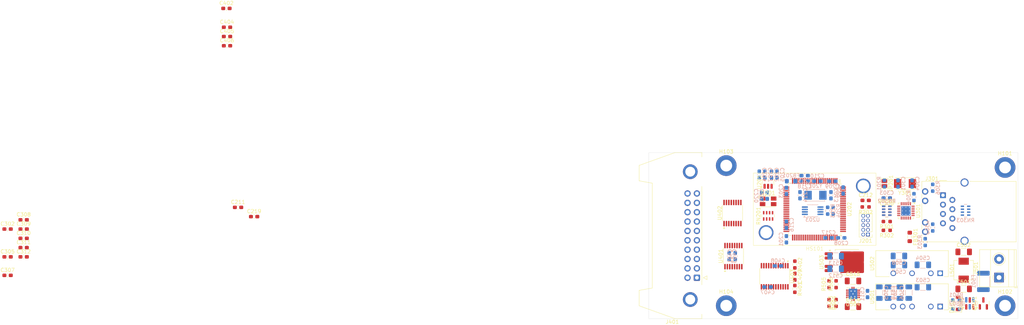
<source format=kicad_pcb>
(kicad_pcb (version 20240108) (generator "pcbnew") (generator_version "8.0")
  (layers (0 "F.Cu" signal) (31 "B.Cu" signal) (34 "B.Paste" user) (35 "F.Paste" user) (36 "B.SilkS" user "B.Silkscreen") (37 "F.SilkS" user "F.Silkscreen") (38 "B.Mask" user) (39 "F.Mask" user) (44 "Edge.Cuts" user))
  (net 0 "")
  (net 1 "GND")
  (net 2 "+3.3V")
  (net 3 "+5V")
  (net 4 "+3.3VADC")
  (net 5 "VCOM")
  (net 6 "/MCU/NRST")
  (net 7 "Net-(U202-PH0)")
  (net 8 "Net-(U202-PH1)")
  (net 9 "VDDA")
  (net 10 "Net-(C216-Pad1)")
  (net 11 "Net-(C217-Pad1)")
  (net 12 "Net-(U301-XTAL1{slash}CLKIN)")
  (net 13 "Net-(U301-VDDCR)")
  (net 14 "Net-(U301-XTAL2)")
  (net 15 "VCCQ")
  (net 16 "VPP")
  (net 17 "VSS")
  (net 18 "/Analog/OUT-")
  (net 19 "/Analog/OUT+")
  (net 20 "GNDPWR")
  (net 21 "Net-(D501-K)")
  (net 22 "Net-(U501-+Vin)")
  (net 23 "Net-(U501-+Vout)")
  (net 24 "Net-(U501--Vout)")
  (net 25 "Net-(U502-+Vout)")
  (net 26 "Net-(U504-NR{slash}SS)")
  (net 27 "Net-(D201-BK)")
  (net 28 "Net-(D201-GK)")
  (net 29 "Net-(D201-RK)")
  (net 31 "Net-(D501-A)")
  (net 32 "Net-(D502-K)")
  (net 33 "Net-(Q501-D)")
  (net 34 "Net-(J501-Pin_1)")
  (net 38 "/MCU/TCK_SWCLK")
  (net 40 "/MCU/TMS_SWDIO")
  (net 41 "Earth")
  (net 43 "Net-(J301-Pad9)")
  (net 44 "/Ethernet/ETH_RXN")
  (net 45 "/Ethernet/LED1")
  (net 46 "/Ethernet/ETH_TXP")
  (net 47 "/Ethernet/ETH_TXN")
  (net 48 "/Ethernet/LED2")
  (net 49 "Net-(J301-Pad11)")
  (net 50 "/Ethernet/ETH_RXP")
  (net 51 "/Analog/AIN_6N")
  (net 52 "/Analog/AIN_8P")
  (net 53 "/Analog/AIN_3N")
  (net 54 "/Analog/AIN_7P")
  (net 55 "/Analog/AIN_1P")
  (net 56 "/Analog/AIN_6P")
  (net 57 "/Analog/AIN_4N")
  (net 58 "/Analog/AIN_8N")
  (net 59 "/Analog/AIN_7N")
  (net 60 "/Analog/AIN_5P")
  (net 61 "/Analog/AIN_1N")
  (net 62 "/Analog/AIN_2P")
  (net 63 "/Analog/AIN_2N")
  (net 64 "/Analog/AIN_4P")
  (net 65 "/Analog/AIN_3P")
  (net 66 "/Analog/AIN_5N")
  (net 67 "/MCU/MCU_DEF")
  (net 68 "/MCU/I2C1_SDA")
  (net 69 "/MCU/I2C1_SCL")
  (net 70 "Net-(U301-RXER{slash}PHYAD0)")
  (net 71 "/Ethernet/RMII_MDIO")
  (net 72 "Net-(U301-RBIAS)")
  (net 73 "Net-(U403-OUT+)")
  (net 74 "Net-(U403-OUT-)")
  (net 75 "Net-(U504-FBP)")
  (net 76 "Net-(U504-BUF)")
  (net 77 "Net-(U504-FBN)")
  (net 78 "/MCU/LED_GREEN")
  (net 79 "/MCU/LED_RED")
  (net 81 "/MCU/LED_BLUE")
  (net 83 "/Ethernet/RMII_RXD0")
  (net 84 "/Ethernet/REF_CLK")
  (net 85 "/Ethernet/RMII_CRS_DV")
  (net 86 "/Ethernet/MODE2")
  (net 87 "/Ethernet/MODE0")
  (net 88 "/Ethernet/MODE1")
  (net 89 "/Ethernet/RMII_RXD1")
  (net 90 "/Ethernet/REFCLK0")
  (net 91 "/MCU/EEPROM_WP")
  (net 112 "/MCU/OUT-")
  (net 113 "/Ethernet/RMII_MDC")
  (net 124 "/Ethernet/RMII_TXEN")
  (net 131 "/Ethernet/RMII_TXD1")
  (net 146 "/Ethernet/RMII_TXD0")
  (net 150 "/MCU/OUT+")
  (net 158 "/Analog/MUX_EN")
  (net 159 "/Analog/MUX1_A0")
  (net 160 "Net-(U401-D)")
  (net 161 "/Analog/MUX1_A1")
  (net 162 "/Analog/MUX1_A2")
  (net 163 "/Analog/MUX2_A2")
  (net 164 "/Analog/MUX2_A1")
  (net 165 "/Analog/MUX2_A0")
  (net 166 "Net-(U402-D)")
  (net 168 "/Analog/SPI_MOSI")
  (net 171 "/Analog/SPI_SCLK")
  (net 172 "/Analog/SPI_~{CS}")
  (net 173 "/Analog/SPI_MISO")
  (footprint "Inductor_SMD:L_0805_2012Metric_Pad1.05x1.20mm_HandSolder" (layer "F.Cu") (at 170.688 100.838 -90)
    (property "Reference" "FB301" (at 0 -1.55 90) (layer "F.SilkS"))
    (property "Value" "742792031")
    (pad "1" smd roundrect (at -1.15 0 270) (size 1.05 1.2) (layers "F.Cu" "F.Paste" "F.Mask") (roundrect_rratio 0.238095) (net 15 "VCCQ"))
    (pad "2" smd roundrect (at 1.15 0 270) (size 1.05 1.2) (layers "F.Cu" "F.Paste" "F.Mask") (roundrect_rratio 0.238095) (net 2 "+3.3V"))
  )
  (footprint "Resistor_SMD:R_0603_1608Metric_Pad0.98x0.95mm_HandSolder" (layer "F.Cu") (at 164.465 99.06)
    (property "Reference" "R302" (at 0 1.397 0) (layer "F.SilkS"))
    (property "Value" "1k5")
    (pad "1" smd roundrect (at -0.9125 0) (size 0.975 0.95) (layers "F.Cu" "F.Paste" "F.Mask") (net 2 "+3.3V"))
    (pad "2" smd roundrect (at 0.9125 0) (size 0.975 0.95) (layers "F.Cu" "F.Paste" "F.Mask") (net 71 "/Ethernet/RMII_MDIO"))
  )
  (footprint "Capacitor_SMD:C_0603_1608Metric_Pad1.08x0.95mm_HandSolder" (layer "F.Cu") (at 158.75 90.932)
    (property "Reference" "C212" (at 0 -1.43 360) (layer "F.SilkS"))
    (property "Value" "0.1u")
    (pad "1" smd roundrect (at -0.8625 0) (size 1.075 0.95) (layers "F.Cu" "F.Paste" "F.Mask") (net 6 "/MCU/NRST"))
    (pad "2" smd roundrect (at 0.8625 0) (size 1.075 0.95) (layers "F.Cu" "F.Paste" "F.Mask") (net 1 "GND"))
  )
  (footprint "Resistor_SMD:R_0603_1608Metric_Pad0.98x0.95mm_HandSolder" (layer "F.Cu") (at 150.749 118.745 90)
    (property "Reference" "R503" (at 0 -1.43 270) (layer "F.SilkS"))
    (property "Value" "167k")
    (pad "1" smd roundrect (at -0.9125 0 90) (size 0.975 0.95) (layers "F.Cu" "F.Paste" "F.Mask") (net 16 "VPP"))
    (pad "2" smd roundrect (at 0.9125 0 90) (size 0.975 0.95) (layers "F.Cu" "F.Paste" "F.Mask") (net 75 "Net-(U504-FBP)"))
  )
  (footprint "Capacitor_SMD:C_0603_1608Metric_Pad1.08x0.95mm_HandSolder" (layer "F.Cu") (at -14.351 38.862)
    (property "Reference" "C402" (at 0 -1.43 0) (layer "F.SilkS"))
    (property "Value" "0.1u")
    (pad "1" smd roundrect (at -0.8625 0) (size 1.075 0.95) (layers "F.Cu" "F.Paste" "F.Mask") (net 16 "VPP"))
    (pad "2" smd roundrect (at 0.8625 0) (size 1.075 0.95) (layers "F.Cu" "F.Paste" "F.Mask") (net 1 "GND"))
  )
  (footprint "Package_TO_SOT_SMD:SOT-23" (layer "F.Cu") (at 186.944 118.872 90)
    (property "Reference" "Q502" (at 0 -2.4 270) (layer "F.SilkS"))
    (property "Value" "MMBT3904")
    (pad "1" smd roundrect (at -0.9375 -0.95 90) (size 1.475 0.6) (layers "F.Cu" "F.Paste" "F.Mask") (net 32 "Net-(D502-K)"))
    (pad "2" smd roundrect (at -0.9375 0.95 90) (size 1.475 0.6) (layers "F.Cu" "F.Paste" "F.Mask") (net 21 "Net-(D501-K)"))
    (pad "3" smd roundrect (at 0.9375 0 90) (size 1.475 0.6) (layers "F.Cu" "F.Paste" "F.Mask") (net 31 "Net-(D501-A)"))
  )
  (footprint "Package_TO_SOT_SMD:TSOT-23-5" (layer "F.Cu") (at 132.334 85.979 90)
    (property "Reference" "U201" (at 0 -2.4 270) (layer "F.SilkS"))
    (property "Value" "REF1933AIDDCT")
    (pad "1" smd roundrect (at -1.1375 -0.95 90) (size 1.325 0.6) (layers "F.Cu" "F.Paste" "F.Mask") (net 5 "VCOM"))
    (pad "2" smd roundrect (at -1.1375 0 90) (size 1.325 0.6) (layers "F.Cu" "F.Paste" "F.Mask") (net 1 "GND"))
    (pad "3" smd roundrect (at -1.1375 0.95 90) (size 1.325 0.6) (layers "F.Cu" "F.Paste" "F.Mask") (net 3 "+5V"))
    (pad "4" smd roundrect (at 1.1375 0.95 90) (size 1.325 0.6) (layers "F.Cu" "F.Paste" "F.Mask") (net 3 "+5V"))
    (pad "5" smd roundrect (at 1.1375 -0.95 90) (size 1.325 0.6) (layers "F.Cu" "F.Paste" "F.Mask") (net 4 "+3.3VADC"))
  )
  (footprint "Capacitor_SMD:C_0603_1608Metric_Pad1.08x0.95mm_HandSolder" (layer "F.Cu") (at 139.573 111.633 90)
    (property "Reference" "C409" (at 0 1.397 270) (layer "F.SilkS"))
    (property "Value" "10n")
    (pad "1" smd roundrect (at -0.8625 0 90) (size 1.075 0.95) (layers "F.Cu" "F.Paste" "F.Mask") (net 19 "/Analog/OUT+"))
    (pad "2" smd roundrect (at 0.8625 0 90) (size 1.075 0.95) (layers "F.Cu" "F.Paste" "F.Mask") (net 18 "/Analog/OUT-"))
  )
  (footprint "Capacitor_SMD:C_0603_1608Metric_Pad1.08x0.95mm_HandSolder" (layer "F.Cu") (at -14.19 43.971)
    (property "Reference" "C404" (at 0 -1.43 0) (layer "F.SilkS"))
    (property "Value" "0.1u")
    (pad "1" smd roundrect (at -0.8625 0) (size 1.075 0.95) (layers "F.Cu" "F.Paste" "F.Mask") (net 17 "VSS"))
    (pad "2" smd roundrect (at 0.8625 0) (size 1.075 0.95) (layers "F.Cu" "F.Paste" "F.Mask") (net 1 "GND"))
  )
  (footprint "Package_SO:TSSOP-16_4.4x5mm_P0.65mm" (layer "F.Cu") (at 122.936 106.045 90)
    (property "Reference" "U401" (at 0 -3.45 270) (layer "F.SilkS"))
    (property "Value" "ADG5408BRUZ")
    (pad "1" smd roundrect (at -2.8625 -2.275 90) (size 1.475 0.4) (layers "F.Cu" "F.Paste" "F.Mask") (net 159 "/Analog/MUX1_A0"))
    (pad "2" smd roundrect (at -2.8625 -1.625 90) (size 1.475 0.4) (layers "F.Cu" "F.Paste" "F.Mask") (net 158 "/Analog/MUX_EN"))
    (pad "3" smd roundrect (at -2.8625 -0.975 90) (size 1.475 0.4) (layers "F.Cu" "F.Paste" "F.Mask") (net 17 "VSS"))
    (pad "4" smd roundrect (at -2.8625 -0.325 90) (size 1.475 0.4) (layers "F.Cu" "F.Paste" "F.Mask") (net 55 "/Analog/AIN_1P"))
    (pad "5" smd roundrect (at -2.8625 0.325 90) (size 1.475 0.4) (layers "F.Cu" "F.Paste" "F.Mask") (net 62 "/Analog/AIN_2P"))
    (pad "6" smd roundrect (at -2.8625 0.975 90) (size 1.475 0.4) (layers "F.Cu" "F.Paste" "F.Mask") (net 65 "/Analog/AIN_3P"))
    (pad "7" smd roundrect (at -2.8625 1.625 90) (size 1.475 0.4) (layers "F.Cu" "F.Paste" "F.Mask") (net 64 "/Analog/AIN_4P"))
    (pad "8" smd roundrect (at -2.8625 2.275 90) (size 1.475 0.4) (layers "F.Cu" "F.Paste" "F.Mask") (net 160 "Net-(U401-D)"))
    (pad "9" smd roundrect (at 2.8625 2.275 90) (size 1.475 0.4) (layers "F.Cu" "F.Paste" "F.Mask") (net 52 "/Analog/AIN_8P"))
    (pad "10" smd roundrect (at 2.8625 1.625 90) (size 1.475 0.4) (layers "F.Cu" "F.Paste" "F.Mask") (net 54 "/Analog/AIN_7P"))
    (pad "11" smd roundrect (at 2.8625 0.975 90) (size 1.475 0.4) (layers "F.Cu" "F.Paste" "F.Mask") (net 56 "/Analog/AIN_6P"))
    (pad "12" smd roundrect (at 2.8625 0.325 90) (size 1.475 0.4) (layers "F.Cu" "F.Paste" "F.Mask") (net 60 "/Analog/AIN_5P"))
    (pad "13" smd roundrect (at 2.8625 -0.325 90) (size 1.475 0.4) (layers "F.Cu" "F.Paste" "F.Mask") (net 16 "VPP"))
    (pad "14" smd roundrect (at 2.8625 -0.975 90) (size 1.475 0.4) (layers "F.Cu" "F.Paste" "F.Mask") (net 1 "GND"))
    (pad "15" smd roundrect (at 2.8625 -1.625 90) (size 1.475 0.4) (layers "F.Cu" "F.Paste" "F.Mask") (net 162 "/Analog/MUX1_A2"))
    (pad "16" smd roundrect (at 2.8625 -2.275 90) (size 1.475 0.4) (layers "F.Cu" "F.Paste" "F.Mask") (net 161 "/Analog/MUX1_A1"))
  )
  (footprint "MountingHole:MountingHole_3.2mm_M3_DIN965_Pad" (layer "F.Cu") (at 196.5 82)
    (property "Reference" "H101" (at 0 -3.8 0) (layer "F.SilkS"))
    (property "Value" "MountingHole")
    (pad "1" thru_hole circle (at 0 0) (size 5.6 5.6) (drill 3.2) (layers "*.Cu" "*.Mask"))
  )
  (footprint "Resistor_SMD:R_0603_1608Metric_Pad0.98x0.95mm_HandSolder" (layer "F.Cu") (at 148.844 118.745 -90)
    (property "Reference" "R504" (at 0 -1.43 90) (layer "F.SilkS"))
    (property "Value" "10k")
    (pad "1" smd roundrect (at -0.9125 0 270) (size 0.975 0.95) (layers "F.Cu" "F.Paste" "F.Mask") (net 75 "Net-(U504-FBP)"))
    (pad "2" smd roundrect (at 0.9125 0 270) (size 0.975 0.95) (layers "F.Cu" "F.Paste" "F.Mask") (net 1 "GND"))
  )
  (footprint "Resistor_SMD:R_0603_1608Metric_Pad0.98x0.95mm_HandSolder" (layer "F.Cu") (at 150.749 113.665 90)
    (property "Reference" "R506" (at 0 -1.43 270) (layer "F.SilkS"))
    (property "Value" "176k")
    (pad "1" smd roundrect (at -0.9125 0 90) (size 0.975 0.95) (layers "F.Cu" "F.Paste" "F.Mask") (net 77 "Net-(U504-FBN)"))
    (pad "2" smd roundrect (at 0.9125 0 90) (size 0.975 0.95) (layers "F.Cu" "F.Paste" "F.Mask") (net 17 "VSS"))
  )
  (footprint "Resistor_SMD:R_Array_Concave_4x0603" (layer "F.Cu") (at 164.465 93.726)
    (property "Reference" "RN301" (at 0 -2.6 0) (layer "F.SilkS"))
    (property "Value" "EXB-V8V330JV")
    (pad "1" smd rect (at -0.85 -1.2) (size 0.9 0.4) (layers "F.Cu" "F.Paste" "F.Mask") (net 83 "/Ethernet/RMII_RXD0"))
    (pad "2" smd rect (at -0.85 -0.4) (size 0.9 0.4) (layers "F.Cu" "F.Paste" "F.Mask") (net 89 "/Ethernet/RMII_RXD1"))
    (pad "3" smd rect (at -0.85 0.4) (size 0.9 0.4) (layers "F.Cu" "F.Paste" "F.Mask") (net 85 "/Ethernet/RMII_CRS_DV"))
    (pad "4" smd rect (at -0.85 1.2) (size 0.9 0.4) (layers "F.Cu" "F.Paste" "F.Mask") (net 84 "/Ethernet/REF_CLK"))
    (pad "5" smd rect (at 0.85 1.2) (size 0.9 0.4) (layers "F.Cu" "F.Paste" "F.Mask") (net 90 "/Ethernet/REFCLK0"))
    (pad "6" smd rect (at 0.85 0.4) (size 0.9 0.4) (layers "F.Cu" "F.Paste" "F.Mask") (net 86 "/Ethernet/MODE2"))
    (pad "7" smd rect (at 0.85 -0.4) (size 0.9 0.4) (layers "F.Cu" "F.Paste" "F.Mask") (net 88 "/Ethernet/MODE1"))
    (pad "8" smd rect (at 0.85 -1.2) (size 0.9 0.4) (layers "F.Cu" "F.Paste" "F.Mask") (net 87 "/Ethernet/MODE0"))
  )
  (footprint "Resistor_SMD:R_0603_1608Metric_Pad0.98x0.95mm_HandSolder" (layer "F.Cu") (at 158.75 92.71 180)
    (property "Reference" "R202" (at 0 -1.43 180) (layer "F.SilkS"))
    (property "Value" "10k")
    (pad "1" smd roundrect (at -0.9125 0 180) (size 0.975 0.95) (layers "F.Cu" "F.Paste" "F.Mask") (net 2 "+3.3V"))
    (pad "2" smd roundrect (at 0.9125 0 180) (size 0.975 0.95) (layers "F.Cu" "F.Paste" "F.Mask") (net 6 "/MCU/NRST"))
  )
  (footprint "Package_SO:TSSOP-16_4.4x5mm_P0.65mm" (layer "F.Cu") (at 122.682 94.361 90)
    (property "Reference" "U402" (at 0 -3.45 -90) (layer "F.SilkS"))
    (property "Value" "ADG5408BRUZ")
    (pad "1" smd roundrect (at -2.8625 -2.275 90) (size 1.475 0.4) (layers "F.Cu" "F.Paste" "F.Mask") (net 165 "/Analog/MUX2_A0"))
    (pad "2" smd roundrect (at -2.8625 -1.625 90) (size 1.475 0.4) (layers "F.Cu" "F.Paste" "F.Mask") (net 158 "/Analog/MUX_EN"))
    (pad "3" smd roundrect (at -2.8625 -0.975 90) (size 1.475 0.4) (layers "F.Cu" "F.Paste" "F.Mask") (net 17 "VSS"))
    (pad "4" smd roundrect (at -2.8625 -0.325 90) (size 1.475 0.4) (layers "F.Cu" "F.Paste" "F.Mask") (net 61 "/Analog/AIN_1N"))
    (pad "5" smd roundrect (at -2.8625 0.325 90) (size 1.475 0.4) (layers "F.Cu" "F.Paste" "F.Mask") (net 63 "/Analog/AIN_2N"))
    (pad "6" smd roundrect (at -2.8625 0.975 90) (size 1.475 0.4) (layers "F.Cu" "F.Paste" "F.Mask") (net 53 "/Analog/AIN_3N"))
    (pad "7" smd roundrect (at -2.8625 1.625 90) (size 1.475 0.4) (layers "F.Cu" "F.Paste" "F.Mask") (net 57 "/Analog/AIN_4N"))
    (pad "8" smd roundrect (at -2.8625 2.275 90) (size 1.475 0.4) (layers "F.Cu" "F.Paste" "F.Mask") (net 166 "Net-(U402-D)"))
    (pad "9" smd roundrect (at 2.8625 2.275 90) (size 1.475 0.4) (layers "F.Cu" "F.Paste" "F.Mask") (net 58 "/Analog/AIN_8N"))
    (pad "10" smd roundrect (at 2.8625 1.625 90) (size 1.475 0.4) (layers "F.Cu" "F.Paste" "F.Mask") (net 59 "/Analog/AIN_7N"))
    (pad "11" smd roundrect (at 2.8625 0.975 90) (size 1.475 0.4) (layers "F.Cu" "F.Paste" "F.Mask") (net 51 "/Analog/AIN_6N"))
    (pad "12" smd roundrect (at 2.8625 0.325 90) (size 1.475 0.4) (layers "F.Cu" "F.Paste" "F.Mask") (net 66 "/Analog/AIN_5N"))
    (pad "13" smd roundrect (at 2.8625 -0.325 90) (size 1.475 0.4) (layers "F.Cu" "F.Paste" "F.Mask") (net 16 "VPP"))
    (pad "14" smd roundrect (at 2.8625 -0.975 90) (size 1.475 0.4) (layers "F.Cu" "F.Paste" "F.Mask") (net 1 "GND"))
    (pad "15" smd roundrect (at 2.8625 -1.625 90) (size 1.475 0.4) (layers "F.Cu" "F.Paste" "F.Mask") (net 163 "/Analog/MUX2_A2"))
    (pad "16" smd roundrect (at 2.8625 -2.275 90) (size 1.475 0.4) (layers "F.Cu" "F.Paste" "F.Mask") (net 164 "/Analog/MUX2_A1"))
  )
  (footprint "Capacitor_SMD:C_1206_3216Metric_Pad1.33x1.80mm_HandSolder" (layer "F.Cu") (at 185.293 104.902)
    (property "Reference" "C502" (at 0 -1.85 0) (layer "F.SilkS"))
    (property "Value" "4u7/50V")
    (pad "1" smd roundrect (at -1.5625 0) (size 1.325 1.8) (layers "F.Cu" "F.Paste" "F.Mask") (roundrect_rratio 0.188679) (net 22 "Net-(U501-+Vin)"))
    (pad "2" smd roundrect (at 1.5625 0) (size 1.325 1.8) (layers "F.Cu" "F.Paste" "F.Mask") (roundrect_rratio 0.188679) (net 20 "GNDPWR"))
  )
  (footprint "Capacitor_SMD:C_0603_1608Metric_Pad1.08x0.95mm_HandSolder" (layer "F.Cu") (at -14.19 46.481)
    (property "Reference" "C405" (at 0 -1.43 0) (layer "F.SilkS"))
    (property "Value" "0.1u")
    (pad "1" smd roundrect (at -0.8625 0) (size 1.075 0.95) (layers "F.Cu" "F.Paste" "F.Mask") (net 16 "VPP"))
    (pad "2" smd roundrect (at 0.8625 0) (size 1.075 0.95) (layers "F.Cu" "F.Paste" "F.Mask") (net 1 "GND"))
  )
  (footprint "Capacitor_SMD:C_0603_1608Metric_Pad1.08x0.95mm_HandSolder" (layer "F.Cu") (at -73.61 111.261)
    (property "Reference" "C307" (at 0 -1.43 0) (layer "F.SilkS"))
    (property "Value" "1u")
    (pad "1" smd roundrect (at -0.8625 0) (size 1.075 0.95) (layers "F.Cu" "F.Paste" "F.Mask") (net 15 "VCCQ"))
    (pad "2" smd roundrect (at 0.8625 0) (size 1.075 0.95) (layers "F.Cu" "F.Paste" "F.Mask") (net 1 "GND"))
  )
  (footprint "Package_QFP:LQFP-100_14x14mm_P0.5mm" (layer "F.Cu") (at 144.9535 93.339 -90)
    (property "Reference" "U202" (at 0 -9.42 90) (layer "F.SilkS"))
    (property "Value" "STM32H743VITx")
    (pad "1" smd roundrect (at -7.675 -6 270) (size 1.6 0.3) (layers "F.Cu" "F.Paste" "F.Mask") (net 67 "/MCU/MCU_DEF"))
    (pad "2" smd roundrect (at -7.675 -5.5 270) (size 1.6 0.3) (layers "F.Cu" "F.Paste" "F.Mask"))
    (pad "3" smd roundrect (at -7.675 -5 270) (size 1.6 0.3) (layers "F.Cu" "F.Paste" "F.Mask"))
    (pad "4" smd roundrect (at -7.675 -4.5 270) (size 1.6 0.3) (layers "F.Cu" "F.Paste" "F.Mask"))
    (pad "5" smd roundrect (at -7.675 -4 270) (size 1.6 0.3) (layers "F.Cu" "F.Paste" "F.Mask"))
    (pad "6" smd roundrect (at -7.675 -3.5 270) (size 1.6 0.3) (layers "F.Cu" "F.Paste" "F.Mask") (net 2 "+3.3V"))
    (pad "7" smd roundrect (at -7.675 -3 270) (size 1.6 0.3) (layers "F.Cu" "F.Paste" "F.Mask"))
    (pad "8" smd roundrect (at -7.675 -2.5 270) (size 1.6 0.3) (layers "F.Cu" "F.Paste" "F.Mask"))
    (pad "9" smd roundrect (at -7.675 -2 270) (size 1.6 0.3) (layers "F.Cu" "F.Paste" "F.Mask"))
    (pad "10" smd roundrect (at -7.675 -1.5 270) (size 1.6 0.3) (layers "F.Cu" "F.Paste" "F.Mask") (net 1 "GND"))
    (pad "11" smd roundrect (at -7.675 -1 270) (size 1.6 0.3) (layers "F.Cu" "F.Paste" "F.Mask") (net 2 "+3.3V"))
    (pad "12" smd roundrect (at -7.675 -0.5 270) (size 1.6 0.3) (layers "F.Cu" "F.Paste" "F.Mask") (net 7 "Net-(U202-PH0)"))
    (pad "13" smd roundrect (at -7.675 0 270) (size 1.6 0.3) (layers "F.Cu" "F.Paste" "F.Mask") (net 8 "Net-(U202-PH1)"))
    (pad "14" smd roundrect (at -7.675 0.5 270) (size 1.6 0.3) (layers "F.Cu" "F.Paste" "F.Mask") (net 6 "/MCU/NRST"))
    (pad "15" smd roundrect (at -7.675 1 270) (size 1.6 0.3) (layers "F.Cu" "F.Paste" "F.Mask"))
    (pad "16" smd roundrect (at -7.675 1.5 270) (size 1.6 0.3) (layers "F.Cu" "F.Paste" "F.Mask") (net 113 "/Ethernet/RMII_MDC"))
    (pad "17" smd roundrect (at -7.675 2 270) (size 1.6 0.3) (layers "F.Cu" "F.Paste" "F.Mask") (net 112 "/MCU/OUT-"))
    (pad "18" smd roundrect (at -7.675 2.5 270) (size 1.6 0.3) (layers "F.Cu" "F.Paste" "F.Mask") (net 150 "/MCU/OUT+"))
    (pad "19" smd roundrect (at -7.675 3 270) (size 1.6 0.3) (layers "F.Cu" "F.Paste" "F.Mask") (net 1 "GND"))
    (pad "20" smd roundrect (at -7.675 3.5 270) (size 1.6 0.3) (layers "F.Cu" "F.Paste" "F.Mask") (net 4 "+3.3VADC"))
    (pad "21" smd roundrect (at -7.675 4 270) (size 1.6 0.3) (layers "F.Cu" "F.Paste" "F.Mask") (net 9 "VDDA"))
    (pad "22" smd roundrect (at -7.675 4.5 270) (size 1.6 0.3) (layers "F.Cu" "F.Paste" "F.Mask"))
    (pad "23" smd roundrect (at -7.675 5 270) (size 1.6 0.3) (layers "F.Cu" "F.Paste" "F.Mask") (net 84 "/Ethernet/REF_CLK"))
    (pad "24" smd roundrect (at -7.675 5.5 270) (size 1.6 0.3) (layers "F.Cu" "F.Paste" "F.Mask") (net 71 "/Ethernet/RMII_MDIO"))
    (pad "25" smd roundrect (at -7.675 6 270) (size 1.6 0.3) (layers "F.Cu" "F.Paste" "F.Mask"))
    (pad "26" smd roundrect (at -6 7.675 270) (size 0.3 1.6) (layers "F.Cu" "F.Paste" "F.Mask") (net 1 "GND"))
    (pad "27" smd roundrect (at -5.5 7.675 270) (size 0.3 1.6) (layers "F.Cu" "F.Paste" "F.Mask") (net 2 "+3.3V"))
    (pad "28" smd roundrect (at -5 7.675 270) (size 0.3 1.6) (layers "F.Cu" "F.Paste" "F.Mask"))
    (pad "29" smd roundrect (at -4.5 7.675 270) (size 0.3 1.6) (layers "F.Cu" "F.Paste" "F.Mask"))
    (pad "30" smd roundrect (at -4 7.675 270) (size 0.3 1.6) (layers "F.Cu" "F.Paste" "F.Mask"))
    (pad "31" smd roundrect (at -3.5 7.675 270) (size 0.3 1.6) (layers "F.Cu" "F.Paste" "F.Mask") (net 85 "/Ethernet/RMII_CRS_DV"))
    (pad "32" smd roundrect (at -3 7.675 270) (size 0.3 1.6) (layers "F.Cu" "F.Paste" "F.Mask") (net 83 "/Ethernet/RMII_RXD0"))
    (pad "33" smd roundrect (at -2.5 7.675 270) (size 0.3 1.6) (layers "F.Cu" "F.Paste" "F.Mask") (net 89 "/Ethernet/RMII_RXD1"))
    (pad "34" smd roundrect (at -2 7.675 270) (size 0.3 1.6) (layers "F.Cu" "F.Paste" "F.Mask"))
    (pad "35" smd roundrect (at -1.5 7.675 270) (size 0.3 1.6) (layers "F.Cu" "F.Paste" "F.Mask"))
    (pad "36" smd roundrect (at -1 7.675 270) (size 0.3 1.6) (layers "F.Cu" "F.Paste" "F.Mask"))
    (pad "37" smd roundrect (at -0.5 7.675 270) (size 0.3 1.6) (layers "F.Cu" "F.Paste" "F.Mask"))
    (pad "38" smd roundrect (at 0 7.675 270) (size 0.3 1.6) (layers "F.Cu" "F.Paste" "F.Mask"))
    (pad "39" smd roundrect (at 0.5 7.675 270) (size 0.3 1.6) (layers "F.Cu" "F.Paste" "F.Mask"))
    (pad "40" smd roundrect (at 1 7.675 270) (size 0.3 1.6) (layers "F.Cu" "F.Paste" "F.Mask"))
    (pad "41" smd roundrect (at 1.5 7.675 270) (size 0.3 1.6) (layers "F.Cu" "F.Paste" "F.Mask"))
    (pad "42" smd roundrect (at 2 7.675 270) (size 0.3 1.6) (layers "F.Cu" "F.Paste" "F.Mask"))
    (pad "43" smd roundrect (at 2.5 7.675 270) (size 0.3 1.6) (layers "F.Cu" "F.Paste" "F.Mask"))
    (pad "44" smd roundrect (at 3 7.675 270) (size 0.3 1.6) (layers "F.Cu" "F.Paste" "F.Mask"))
    (pad "45" smd roundrect (at 3.5 7.675 270) (size 0.3 1.6) (layers "F.Cu" "F.Paste" "F.Mask"))
    (pad "46" smd roundrect (at 4 7.675 270) (size 0.3 1.6) (layers "F.Cu" "F.Paste" "F.Mask"))
    (pad "47" smd roundrect (at 4.5 7.675 270) (size 0.3 1.6) (layers "F.Cu" "F.Paste" "F.Mask") (net 124 "/Ethernet/RMII_TXEN"))
    (pad "48" smd roundrect (at 5 7.675 270) (size 0.3 1.6) (layers "F.Cu" "F.Paste" "F.Mask") (net 10 "Net-(C216-Pad1)"))
    (pad "49" smd roundrect (at 5.5 7.675 270) (size 0.3 1.6) (layers "F.Cu" "F.Paste" "F.Mask") (net 1 "GND"))
    (pad "50" smd roundrect (at 6 7.675 270) (size 0.3 1.6) (layers "F.Cu" "F.Paste" "F.Mask") (net 2 "+3.3V"))
    (pad "51" smd roundrect (at 7.675 6 270) (size 1.6 0.3) (layers "F.Cu" "F.Paste" "F.Mask") (net 146 "/Ethernet/RMII_TXD0"))
    (pad "52" smd roundrect (at 7.675 5.5 270) (size 1.6 0.3) (layers "F.Cu" "F.Paste" "F.Mask") (net 131 "/Ethernet/RMII_TXD1"))
    (pad "53" smd roundrect (at 7.675 5 270) (size 1.6 0.3) (layers "F.Cu" "F.Paste" "F.Mask"))
    (pad "54" smd roundrect (at 7.675 4.5 270) (size 1.6 0.3) (layers "F.Cu" "F.Paste" "F.Mask"))
    (pad "55" smd roundrect (at 7.675 4 270) (size 1.6 0.3) (layers "F.Cu" "F.Paste" "F.Mask"))
    (pad "56" smd roundrect (at 7.675 3.5 270) (size 1.6 0.3) (layers "F.Cu" "F.Paste" "F.Mask"))
    (pad "57" smd roundrect (at 7.675 3 270) (size 1.6 0.3) (layers "F.Cu" "F.Paste" "F.Mask"))
    (pad "58" smd roundrect (at 7.675 2.5 270) (size 1.6 0.3) (layers "F.Cu" "F.Paste" "F.Mask"))
    (pad "59" smd roundrect (at 7.675 2 270) (size 1.6 0.3) (layers "F.Cu" "F.Paste" "F.Mask"))
    (pad "60" smd roundrect (at 7.675 1.5 270) (size 1.6 0.3) (layers "F.Cu" "F.Paste" "F.Mask"))
    (pad "61" smd roundrect (at 7.675 1 270) (size 1.6 0.3) (layers "F.Cu" "F.Paste" "F.Mask"))
    (pad "62" smd roundrect (at 7.675 0.5 270) (size 1.6 0.3) (layers "F.Cu" "F.Paste" "F.Mask"))
    (pad "63" smd roundrect (at 7.675 0 270) (size 1.6 0.3) (layers "F.Cu" "F.Paste" "F.Mask") (net 81 "/MCU/LED_BLUE"))
    (pad "64" smd roundrect (at 7.675 -0.5 270) (size 1.6 0.3) (layers "F.Cu" "F.Paste" "F.Mask") (net 79 "/MCU/LED_RED"))
    (pad "65" smd roundrect (at 7.675 -1 270) (size 1.6 0.3) (layers "F.Cu" "F.Paste" "F.Mask") (net 78 "/MCU/LED_GREEN"))
    (pad "66" smd roundrect (at 7.675 -1.5 270) (size 1.6 0.3) (layers "F.Cu" "F.Paste" "F.Mask"))
    (pad "67" smd roundrect (at 7.675 -2 270) (size 1.6 0.3) (layers "F.Cu" "F.Paste" "F.Mask"))
    (pad "68" smd roundrect (at 7.675 -2.5 270) (size 1.6 0.3) (layers "F.Cu" "F.Paste" "F.Mask"))
    (pad "69" smd roundrect (at 7.675 -3 270) (size 1.6 0.3) (layers "F.Cu" "F.Paste" "F.Mask"))
    (pad "70" smd roundrect (at 7.675 -3.5 270) (size 1.6 0.3) (layers "F.Cu" "F.Paste" "F.Mask"))
    (pad "71" smd roundrect (at 7.675 -4 270) (size 1.6 0.3) (layers "F.Cu" "F.Paste" "F.Mask"))
    (pad "72" smd roundrect (at 7.675 -4.5 270) (size 1.6 0.3) (layers "F.Cu" "F.Paste" "F.Mask") (net 40 "/MCU/TMS_SWDIO"))
    (pad "73" smd roundrect (at 7.675 -5 270) (size 1.6 0.3) (layers "F.Cu" "F.Paste" "F.Mask") (net 11 "Net-(C217-Pad1)"))
    (pad "74" smd roundrect (at 7.675 -5.5 270) (size 1.6 0.3) (layers "F.Cu" "F.Paste" "F.Mask") (net 1 "GND"))
    (pad "75" smd roundrect (at 7.675 -6 270) (size 1.6 0.3) (layers "F.Cu" "F.Paste" "F.Mask") (net 2 "+3.3V"))
    (pad "76" smd roundrect (at 6 -7.675 270) (size 0.3 1.6) (layers "F.Cu" "F.Paste" "F.Mask") (net 38 "/MCU/TCK_SWCLK"))
    (pad "77" smd roundrect (at 5.5 -7.675 270) (size 0.3 1.6) (layers "F.Cu" "F.Paste" "F.Mask"))
    (pad "78" smd roundrect (at 5 -7.675 270) (size 0.3 1.6) (layers "F.Cu" "F.Paste" "F.Mask"))
    (pad "79" smd roundrect (at 4.5 -7.675 270) (size 0.3 1.6) (layers "F.Cu" "F.Paste" "F.Mask"))
    (pad "80" smd roundrect (at 4 -7.675 270) (size 0.3 1.6) (layers "F.Cu" "F.Paste" "F.Mask"))
    (pad "81" smd roundrect (at 3.5 -7.675 270) (size 0.3 1.6) (layers "F.Cu" "F.Paste" "F.Mask"))
    (pad "82" smd roundrect (at 3 -7.675 270) (size 0.3 1.6) (layers "F.Cu" "F.Paste" "F.Mask"))
    (pad "83" smd roundrect (at 2.5 -7.675 270) (size 0.3 1.6) (layers "F.Cu" "F.Paste" "F.Mask"))
    (pad "84" smd roundrect (at 2 -7.675 270) (size 0.3 1.6) (layers "F.Cu" "F.Paste" "F.Mask"))
    (pad "85" smd roundrect (at 1.5 -7.675 270) (size 0.3 1.6) (layers "F.Cu" "F.Paste" "F.Mask"))
    (pad "86" smd roundrect (at 1 -7.675 270) (size 0.3 1.6) (layers "F.Cu" "F.Paste" "F.Mask"))
    (pad "87" smd roundrect (at 0.5 -7.675 270) (size 0.3 1.6) (layers "F.Cu" "F.Paste" "F.Mask"))
    (pad "88" smd roundrect (at 0 -7.675 270) (size 0.3 1.6) (layers "F.Cu" "F.Paste" "F.Mask"))
    (pad "89" smd roundrect (at -0.5 -7.675 270) (size 0.3 1.6) (layers "F.Cu" "F.Paste" "F.Mask"))
    (pad "90" smd roundrect (at -1 -7.675 270) (size 0.3 1.6) (layers "F.Cu" "F.Paste" "F.Mask"))
    (pad "91" smd roundrect (at -1.5 -7.675 270) (size 0.3 1.6) (layers "F.Cu" "F.Paste" "F.Mask") (net 91 "/MCU/EEPROM_WP"))
    (pad "92" smd roundrect (at -2 -7.675 270) (size 0.3 1.6) (layers "F.Cu" "F.Paste" "F.Mask") (net 69 "/MCU/I2C1_SCL"))
    (pad "93" smd roundrect (at -2.5 -7.675 270) (size 0.3 1.6) (layers "F.Cu" "F.Paste" "F.Mask") (net 68 "/MCU/I2C1_SDA"))
    (pad "94" smd roundrect (at -3 -7.675 270) (size 0.3 1.6) (layers "F.Cu" "F.Paste" "F.Mask") (net 1 "GND"))
    (pad "95" smd roundrect (at -3.5 -7.675 270) (size 0.3 1.6) (layers "F.Cu" "F.Paste" "F.Mask"))
    (pad "96" smd roundrect (at -4 -7.675 270) (size 0.3 1.6) (layers "F.Cu" "F.Paste" "F.Mask"))
    (pad "97" smd roundrect (at -4.5 -7.675 270) (size 0.3 1.6) (layers "F.Cu" "F.Paste" "F.Mask"))
    (pad "98" smd roundrect (at -5 -7.675 270) (size 0.3 1.6) (layers "F.Cu" "F.Paste" "F.Mask"))
    (pad "99" smd roundrect (at -5.5 -7.675 270) (size 0.3 1.6) (layers "F.Cu" "F.Paste" "F.Mask") (net 1 "GND"))
    (pad "100" smd roundrect (at -6 -7.675 270) (size 0.3 1.6) (layers "F.Cu" "F.Paste" "F.Mask") (net 2 "+3.3V"))
  )
  (footprint "Inductor_SMD:L_Vishay_IHLP-2020" (layer "F.Cu") (at 185.293 109.855 90)
    (property "Reference" "L501" (at 0 -3.154 270) (layer "F.SilkS"))
    (property "Value" "IHLP2020BZER6R8M51")
    (pad "1" smd rect (at -2.4265 0 90) (size 1.903 2.79) (layers "F.Cu" "F.Paste" "F.Mask") (net 21 "Net-(D501-K)"))
    (pad "2" smd rect (at 2.4265 0 90) (size 1.903 2.79) (layers "F.Cu" "F.Paste" "F.Mask") (net 22 "Net-(U501-+Vin)"))
  )
  (footprint "Connector_IDC:IDC-Header_2x10-1MP_P2.54mm_Latch_Horizontal" (layer "F.Cu") (at 113.0535 111.9124 180)
    (property "Reference" "J401" (at 6.665 -11.97 180) (layer "F.SilkS"))
    (property "Value" "5499141-4")
    (pad "1" thru_hole roundrect (at 0 0 180) (size 1.7 1.7) (drill 1) (layers "*.Cu" "*.Mask") (roundrect_rratio 0.147059) (net 1 "GND"))
    (pad "2" thru_hole circle (at 2.54 0 180) (size 1.7 1.7) (drill 1) (layers "*.Cu" "*.Mask") (net 1 "GND"))
    (pad "3" thru_hole circle (at 0 2.54 180) (size 1.7 1.7) (drill 1) (layers "*.Cu" "*.Mask") (net 55 "/Analog/AIN_1P"))
    (pad "4" thru_hole circle (at 2.54 2.54 180) (size 1.7 1.7) (drill 1) (layers "*.Cu" "*.Mask") (net 61 "/Analog/AIN_1N"))
    (pad "5" thru_hole circle (at 0 5.08 180) (size 1.7 1.7) (drill 1) (layers "*.Cu" "*.Mask") (net 62 "/Analog/AIN_2P"))
    (pad "6" thru_hole circle (at 2.54 5.08 180) (size 1.7 1.7) (drill 1) (layers "*.Cu" "*.Mask") (net 63 "/Analog/AIN_2N"))
    (pad "7" thru_hole circle (at 0 7.62 180) (size 1.7 1.7) (drill 1) (layers "*.Cu" "*.Mask") (net 65 "/Analog/AIN_3P"))
    (pad "8" thru_hole circle (at 2.54 7.62 180) (size 1.7 1.7) (drill 1) (layers "*.Cu" "*.Mask") (net 53 "/Analog/AIN_3N"))
    (pad "9" thru_hole circle (at 0 10.16 180) (size 1.7 1.7) (drill 1) (layers "*.Cu" "*.Mask") (net 64 "/Analog/AIN_4P"))
    (pad "10" thru_hole circle (at 2.54 10.16 180) (size 1.7 1.7) (drill 1) (layers "*.Cu" "*.Mask") (net 57 "/Analog/AIN_4N"))
    (pad "11" thru_hole circle (at 0 12.7 180) (size 1.7 1.7) (drill 1) (layers "*.Cu" "*.Mask") (net 60 "/Analog/AIN_5P"))
    (pad "12" thru_hole circle (at 2.54 12.7 180) (size 1.7 1.7) (drill 1) (layers "*.Cu" "*.Mask") (net 66 "/Analog/AIN_5N"))
    (pad "13" thru_hole circle (at 0 15.24 180) (size 1.7 1.7) (drill 1) (layers "*.Cu" "*.Mask") (net 56 "/Analog/AIN_6P"))
    (pad "14" thru_hole circle (at 2.54 15.24 180) (size 1.7 1.7) (drill 1) (layers "*.Cu" "*.Mask") (net 51 "/Analog/AIN_6N"))
    (pad "15" thru_hole circle (at 0 17.78 180) (size 1.7 1.7) (drill 1) (layers "*.Cu" "*.Mask") (net 54 "/Analog/AIN_7P"))
    (pad "16" thru_hole circle (at 2.54 17.78 180) (size 1.7 1.7) (drill 1) (layers "*.Cu" "*.Mask") (net 59 "/Analog/AIN_7N"))
    (pad "17" thru_hole circle (at 0 20.32 180) (size 1.7 1.7) (drill 1) (layers "*.Cu" "*.Mask") (net 52 "/Analog/AIN_8P"))
    (pad "18" thru_hole circle (at 2.54 20.32 180) (size 1.7 1.7) (drill 1) (layers "*.Cu" "*.Mask") (net 58 "/Analog/AIN_8N"))
    (pad "19" thru_hole circle (at 0 22.86 180) (size 1.7 1.7) (drill 1) (layers "*.Cu" "*.Mask") (net 1 "GND"))
    (pad "20" thru_hole circle (at 2.54 22.86 180) (size 1.7 1.7) (drill 1) (layers "*.Cu" "*.Mask") (net 1 "GND"))
    (pad "MP" thru_hole circle (at 1.8 -5.905 180) (size 4 4) (drill 2.69) (layers "*.Cu" "*.Mask"))
    (pad "MP" thru_hole circle (at 1.8 28.765 180) (size 4 4) (drill 2.69) (layers "*.Cu" "*.Mask"))
  )
  (footprint "Capacitor_SMD:C_1206_3216Metric_Pad1.33x1.80mm_HandSolder" (layer "F.Cu") (at 155.321 112.776)
    (property "Reference" "C515" (at 0 -1.85 360) (layer "F.SilkS"))
    (property "Value" "10u/50V")
    (pad "1" smd roundrect (at -1.5625 0) (size 1.325 1.8) (layers "F.Cu" "F.Paste" "F.Mask") (roundrect_rratio 0.188679) (net 17 "VSS"))
    (pad "2" smd roundrect (at 1.5625 0) (size 1.325 1.8) (layers "F.Cu" "F.Paste" "F.Mask") (roundrect_rratio 0.188679) (net 1 "GND"))
  )
  (footprint "Package_SON:Texas_S-PVSON-N10_ThermalVias" (layer "F.Cu") (at 155.321 116.29 180)
    (property "Reference" "U504" (at 0 -2.8 180) (layer "F.SilkS"))
    (property "Value" "TPS7A39")
    (pad "1" smd rect (at -1.76 -1 180) (size 0.28 0.28) (layers "F.Cu" "F.Paste" "F.Mask") (net 23 "Net-(U501-+Vout)"))
    (pad "1" smd oval (at -1.475 -1 180) (size 0.85 0.28) (layers "F.Cu" "F.Paste" "F.Mask") (net 23 "Net-(U501-+Vout)"))
    (pad "2" smd rect (at -1.76 -0.5 180) (size 0.28 0.28) (layers "F.Cu" "F.Paste" "F.Mask") (net 23 "Net-(U501-+Vout)"))
    (pad "2" smd oval (at -1.475 -0.5 180) (size 0.85 0.28) (layers "F.Cu" "F.Paste" "F.Mask") (net 23 "Net-(U501-+Vout)"))
    (pad "3" smd rect (at -1.76 0 180) (size 0.28 0.28) (layers "F.Cu" "F.Paste" "F.Mask") (net 26 "Net-(U504-NR{slash}SS)"))
    (pad "3" smd oval (at -1.475 0 180) (size 0.85 0.28) (layers "F.Cu" "F.Paste" "F.Mask") (net 26 "Net-(U504-NR{slash}SS)"))
    (pad "4" smd rect (at -1.76 0.5 180) (size 0.28 0.28) (layers "F.Cu" "F.Paste" "F.Mask") (net 1 "GND"))
    (pad "4" smd oval (at -1.475 0.5 180) (size 0.85 0.28) (layers "F.Cu" "F.Paste" "F.Mask") (net 1 "GND"))
    (pad "5" smd rect (at -1.76 1 180) (size 0.28 0.28) (layers "F.Cu" "F.Paste" "F.Mask") (net 24 "Net-(U501--Vout)"))
    (pad "5" smd oval (at -1.475 1 180) (size 0.85 0.28) (layers "F.Cu" "F.Paste" "F.Mask") (net 24 "Net-(U501--Vout)"))
    (pad "6" smd oval (at 1.475 1 180) (size 0.85 0.28) (layers "F.Cu" "F.Paste" "F.Mask") (net 17 "VSS"))
    (pad "6" smd rect (at 1.76 1 180) (size 0.28 0.28) (layers "F.Cu" "F.Paste" "F.Mask") (net 17 "VSS"))
    (pad "7" smd oval (at 1.475 0.5 180) (size 0.85 0.28) (layers "F.Cu" "F.Paste" "F.Mask") (net 77 "Net-(U504-FBN)"))
    (pad "7" smd rect (at 1.76 0.5 180) (size 0.28 0.28) (layers "F.Cu" "F.Paste" "F.Mask") (net 77 "Net-(U504-FBN)"))
    (pad "8" smd oval (at 1.475 0 180) (size 0.85 0.28) (layers "F.Cu" "F.Paste" "F.Mask") (net 76 "Net-(U504-BUF)"))
    (pad "8" smd rect (at 1.76 0 180) (size 0.28 0.28) (layers "F.Cu" "F.Paste" "F.Mask") (net 76 "Net-(U504-BUF)"))
    (pad "9" smd oval (at 1.475 -0.5 180) (size 0.85 0.28) (layers "F.Cu" "F.Paste" "F.Mask") (net 75 "Net-(U504-FBP)"))
    (pad "9" smd rect (at 1.76 -0.5 180) (size 0.28 0.28) (layers "F.Cu" "F.Paste" "F.Mask") (net 75 "Net-(U504-FBP)"))
    (pad "10" smd oval (at 1.475 -1 180) (size 0.85 0.28) (layers "F.Cu" "F.Paste" "F.Mask") (net 16 "VPP"))
    (pad "10" smd rect (at 1.76 -1 180) (size 0.28 0.28) (layers "F.Cu" "F.Paste" "F.Mask") (net 16 "VPP"))
    (pad "11" thru_hole circle (at -0.5 -0.75 180) (size 0.6 0.6) (drill 0.3) (layers "*.Cu" "*.Mask") (net 1 "GND"))
    (pad "11" thru_hole circle (at -0.5 0.75 180) (size 0.6 0.6) (drill 0.3) (layers "*.Cu" "*.Mask") (net 1 "GND"))
    (pad "11" smd rect (at -0.45 -0.635 180) (size 0.68 1.05) (layers "F.Cu" "F.Paste" "F.Mask") (net 1 "GND"))
    (pad "11" smd rect (at -0.45 0.635 180) (size 0.68 1.05) (layers "F.Cu" "F.Paste" "F.Mask") (net 1 "GND"))
    (pad "11" smd rect (at -0.25 -1.63 180) (size 0.26 0.5) (layers "F.Cu" "F.Paste" "F.Mask") (net 1 "GND"))
    (pad "11" smd rect (at -0.25 -1.55 180) (size 0.28 0.7) (layers "F.Cu" "F.Mask") (net 1 "GND"))
    (pad "11" smd rect (at -0.25 1.55 180) (size 0.28 0.7) (layers "F.Cu" "F.Mask") (net 1 "GND"))
    (pad "11" smd rect (at -0.25 1.63 180) (size 0.26 0.5) (layers "F.Cu" "F.Paste" "F.Mask") (net 1 "GND"))
    (pad "11" thru_hole circle (at 0 0 180) (size 0.6 0.6) (drill 0.3) (layers "*.Cu" "*.Mask") (net 1 "GND"))
    (pad "11" smd rect (at 0 0 180) (size 1.65 2.4) (layers "F.Cu" "F.Mask") (net 1 "GND"))
    (pad "11" smd rect (at 0 0 180) (size 2.3 2.8) (layers "B.Cu") (net 1 "GND"))
    (pad "11" smd rect (at 0.25 -1.63 180) (size 0.26 0.5) (layers "F.Cu" "F.Paste" "F.Mask") (net 1 "GND"))
    (pad "11" smd rect (at 0.25 -1.55 180) (size 0.28 0.7) (layers "F.Cu" "F.Mask") (net 1 "GND"))
    (pad "11" smd rect (at 0.25 1.55 180) (size 0.28 0.7) (layers "F.Cu" "F.Mask") (net 1 "GND"))
    (pad "11" smd rect (at 0.25 1.63 180) (size 0.26 0.5) (layers "F.Cu" "F.Paste" "F.Mask") (net 1 "GND"))
    (pad "11" smd rect (at 0.45 -0.635 180) (size 0.68 1.05) (layers "F.Cu" "F.Paste" "F.Mask") (net 1 "GND"))
    (pad "11" smd rect (at 0.45 0.635 180) (size 0.68 1.05) (layers "F.Cu" "F.Paste" "F.Mask") (net 1 "GND"))
    (pad "11" thru_hole circle (at 0.5 -0.75 180) (size 0.6 0.6) (drill 0.3) (layers "*.Cu" "*.Mask") (net 1 "GND"))
    (pad "11" thru_hole circle (at 0.5 0.75 180) (size 0.6 0.6) (drill 0.3) (layers "*.Cu" "*.Mask") (net 1 "GND"))
  )
  (footprint "Capacitor_SMD:C_0603_1608Metric_Pad1.08x0.95mm_HandSolder" (layer "F.Cu") (at -69.26 98.711)
    (property "Reference" "C309" (at 0 -1.43 0) (layer "F.SilkS"))
    (property "Value" "0.1u")
    (pad "1" smd roundrect (at -0.8625 0) (size 1.075 0.95) (layers "F.Cu" "F.Paste" "F.Mask") (net 15 "VCCQ"))
    (pad "2" smd roundrect (at 0.8625 0) (size 1.075 0.95) (layers "F.Cu" "F.Paste" "F.Mask") (net 1 "GND"))
  )
  (footprint "MountingHole:MountingHole_3.2mm_M3_DIN965_Pad" (layer "F.Cu") (at 121 81.5)
    (property "Reference" "H103" (at 0 -3.8 0) (layer "F.SilkS"))
    (property "Value" "MountingHole")
    (pad "1" thru_hole circle (at 0 0) (size 5.6 5.6) (drill 3.2) (layers "*.Cu" "*.Mask"))
  )
  (footprint "ETH16CDAQ1:CONV_PDME2-S24-S9-S" (layer "F.Cu") (at 171.323 108.077 180)
    (property "Reference" "U502" (at 10.795 0 -90) (layer "F.SilkS"))
    (property "Value" "PDME2-S24-S9-S")
    (pad "1" thru_hole rect (at -7.615 -2.625 180) (size 1.508 1.508) (drill 1) (layers "*.Cu" "*.Mask") (net 22 "Net-(U501-+Vin)"))
    (pad "2" thru_hole circle (at -5.075 -2.625 180) (size 1.508 1.508) (drill 1) (layers "*.Cu" "*.Mask") (net 20 "GNDPWR"))
    (pad "4" thru_hole circle (at 0.005 -2.625 180) (size 1.508 1.508) (drill 1) (layers "*.Cu" "*.Mask") (net 1 "GND"))
    (pad "6" thru_hole circle (at 5.085 -2.625 180) (size 1.508 1.508) (drill 1) (layers "*.Cu" "*.Mask") (net 25 "Net-(U502-+Vout)"))
  )
  (footprint "TerminalBlock_Phoenix:TerminalBlock_Phoenix_MKDS-1,5-2_1x02_P5.00mm_Horizontal" (layer "F.Cu") (at 194.869 111.847 90)
    (property "Reference" "J501" (at 2.5 -6.26 -90) (layer "F.SilkS"))
    (property "Value" "1715721")
    (pad "1" thru_hole rect (at 0 0 90) (size 2.6 2.6) (drill 1.3) (layers "*.Cu" "*.Mask") (net 34 "Net-(J501-Pin_1)"))
    (pad "2" thru_hole circle (at 5 0 90) (size 2.6 2.6) (drill 1.3) (layers "*.Cu" "*.Mask") (net 20 "GNDPWR"))
  )
  (footprint "Package_TO_SOT_SMD:SOT-23" (layer "F.Cu") (at 190.627 118.872 90)
    (property "Reference" "Q501" (at 0 -2.4 270) (layer "F.SilkS"))
    (property "Value" "SI5618A")
    (pad "1" smd roundrect (at -0.9375 -0.95 90) (size 1.475 0.6) (layers "F.Cu" "F.Paste" "F.Mask") (net 31 "Net-(D501-A)"))
    (pad "2" smd roundrect (at -0.9375 0.95 90) (size 1.475 0.6) (layers "F.Cu" "F.Paste" "F.Mask") (net 21 "Net-(D501-K)"))
    (pad "3" smd roundrect (at 0.9375 0 90) (size 1.475 0.6) (layers "F.Cu" "F.Paste" "F.Mask") (net 33 "Net-(Q501-D)"))
  )
  (footprint "Resistor_SMD:R_Array_Concave_4x0603" (layer "F.Cu") (at 132.334 95.123 90)
    (property "Reference" "RN201" (at 0 -2.6 270) (layer "F.SilkS"))
    (property "Value" "680")
    (pad "1" smd rect (at -0.85 -1.2 90) (size 0.9 0.4) (layers "F.Cu" "F.Paste" "F.Mask") (net 79 "/MCU/LED_RED"))
    (pad "2" smd rect (at -0.85 -0.4 90) (size 0.9 0.4) (layers "F.Cu" "F.Paste" "F.Mask") (net 78 "/MCU/LED_GREEN"))
    (pad "3" smd rect (at -0.85 0.4 90) (size 0.9 0.4) (layers "F.Cu" "F.Paste" "F.Mask") (net 81 "/MCU/LED_BLUE"))
    (pad "4" smd rect (at -0.85 1.2 90) (size 0.9 0.4) (layers "F.Cu" "F.Paste" "F.Mask"))
    (pad "5" smd rect (at 0.85 1.2 90) (size 0.9 0.4) (layers "F.Cu" "F.Paste" "F.Mask"))
    (pad "6" smd rect (at 0.85 0.4 90) (size 0.9 0.4) (layers "F.Cu" "F.Paste" "F.Mask") (net 27 "Net-(D201-BK)"))
    (pad "7" smd rect (at 0.85 -0.4 90) (size 0.9 0.4) (layers "F.Cu" "F.Paste" "F.Mask") (net 28 "Net-(D201-GK)"))
    (pad "8" smd rect (at 0.85 -1.2 90) (size 0.9 0.4) (layers "F.Cu" "F.Paste" "F.Mask") (net 29 "Net-(D201-RK)"))
  )
  (footprint "Capacitor_SMD:C_0603_1608Metric_Pad1.08x0.95mm_HandSolder" (layer "F.Cu") (at -69.26 101.221)
    (property "Reference" "C310" (at 0 -1.43 0) (layer "F.SilkS"))
    (property "Value" "0.1u")
    (pad "1" smd roundrect (at -0.8625 0) (size 1.075 0.95) (layers "F.Cu" "F.Paste" "F.Mask") (net 15 "VCCQ"))
    (pad "2" smd roundrect (at 0.8625 0) (size 1.075 0.95) (layers "F.Cu" "F.Paste" "F.Mask") (net 1 "GND"))
  )
  (footprint "Capacitor_SMD:C_1206_3216Metric_Pad1.33x1.80mm_HandSolder" (layer "F.Cu") (at 185.293 114.935)
    (property "Reference" "C501" (at 0 -1.85 0) (layer "F.SilkS"))
    (property "Value" "4u7/50V")
    (pad "1" smd roundrect (at -1.5625 0) (size 1.325 1.8) (layers "F.Cu" "F.Paste" "F.Mask") (roundrect_rratio 0.188679) (net 21 "Net-(D501-K)"))
    (pad "2" smd roundrect (at 1.5625 0) (size 1.325 1.8) (layers "F.Cu" "F.Paste" "F.Mask") (roundrect_rratio 0.188679) (net 20 "GNDPWR"))
  )
  (footprint "ETH16CDAQ1:960-19-12-S-AB-0" (layer "F.Cu") (at 144.9535 93.339 180)
    (property "Reference" "HS101" (at 0 -10.674 0) (layer "F.SilkS") (effects (font (thickness 0.1))))
    (property "Value" "Heatsink")
    (pad "1" thru_hole circle (at -13.16 6.32 180) (size 4 4) (drill 3.18) (layers "*.Cu" "*.Mask"))
    (pad "1" thru_hole circle (at 13.16 -6.32 180) (size 4 4) (drill 3.18) (layers "*.Cu" "*.Mask"))
  )
  (footprint "Capacitor_SMD:C_0603_1608Metric_Pad1.08x0.95mm_HandSolder" (layer "F.Cu") (at -73.61 98.711)
    (property "Reference" "C302" (at 0 -1.43 0) (layer "F.SilkS"))
    (property "Value" "0.1u")
    (pad "1" smd roundrect (at -0.8625 0) (size 1.075 0.95) (layers "F.Cu" "F.Paste" "F.Mask") (net 2 "+3.3V"))
    (pad "2" smd roundrect (at 0.8625 0) (size 1.075 0.95) (layers "F.Cu" "F.Paste" "F.Mask") (net 1 "GND"))
  )
  (footprint "Capacitor_SMD:C_0603_1608Metric_Pad1.08x0.95mm_HandSolder" (layer "F.Cu") (at -69.26 103.731)
    (property "Reference" "C311" (at 0 -1.43 0) (layer "F.SilkS"))
    (property "Value" "0.1u")
    (pad "1" smd roundrect (at -0.8625 0) (size 1.075 0.95) (layers "F.Cu" "F.Paste" "F.Mask") (net 15 "VCCQ"))
    (pad "2" smd roundrect (at 0.8625 0) (size 1.075 0.95) (layers "F.Cu" "F.Paste" "F.Mask") (net 1 "GND"))
  )
  (footprint "LED_SMD:LED_Avago_PLCC4_3.2x2.8mm_CW" (layer "F.Cu") (at 132.334 91.186)
    (property "Reference" "D201" (at 0 -2.284 360) (layer "F.SilkS"))
    (property "Value" "ASCB-JTC2-0A308")
    (pad "1" smd rect (at -1.5 -0.75) (size 1.5 1.1) (layers "F.Cu" "F.Paste" "F.Mask") (net 29 "Net-(D201-RK)"))
    (pad "2" smd rect (at 1.5 -0.75) (size 1.5 1.1) (layers "F.Cu" "F.Paste" "F.Mask") (net 28 "Net-(D201-GK)"))
    (pad "3" smd rect (at 1.5 0.75) (size 1.5 1.1) (layers "F.Cu" "F.Paste" "F.Mask") (net 27 "Net-(D201-BK)"))
    (pad "4" smd rect (at -1.5 0.75) (size 1.5 1.1) (layers "F.Cu" "F.Paste" "F.Mask") (net 2 "+3.3V"))
  )
  (footprint "Package_SO:TSSOP-24_4.4x7.8mm_P0.65mm" (layer "F.Cu") (at 134.112 111.506 -90)
    (property "Reference" "U403" (at 0 -4.85 90) (layer "F.SilkS"))
    (property "Value" "ADA4254ARUZ")
    (pad "1" smd roundrect (at -2.8625 -3.575 270) (size 1.475 0.4) (layers "F.Cu" "F.Paste" "F.Mask") (net 74 "Net-(U403-OUT-)"))
    (pad "2" smd roundrect (at -2.8625 -2.925 270) (size 1.475 0.4) (layers "F.Cu" "F.Paste" "F.Mask") (net 5 "VCOM"))
    (pad "3" smd roundrect (at -2.8625 -2.275 270) (size 1.475 0.4) (layers "F.Cu" "F.Paste" "F.Mask") (net 1 "GND"))
    (pad "4" smd roundrect (at -2.8625 -1.625 270) (size 1.475 0.4) (layers "F.Cu" "F.Paste" "F.Mask") (net 4 "+3.3VADC"))
    (pad "5" smd roundrect (at -2.8625 -0.975 270) (size 1.475 0.4) (layers "F.Cu" "F.Paste" "F.Mask"))
    (pad "6" smd roundrect (at -2.8625 -0.325 270) (size 1.475 0.4) (layers "F.Cu" "F.Paste" "F.Mask"))
    (pad "7" smd roundrect (at -2.8625 0.325 270) (size 1.475 0.4) (layers "F.Cu" "F.Paste" "F.Mask") (net 16 "VPP"))
    (pad "8" smd roundrect (at -2.8625 0.975 270) (size 1.475 0.4) (layers "F.Cu" "F.Paste" "F.Mask") (net 17 "VSS"))
    (pad "9" smd roundrect (at -2.8625 1.625 270) (size 1.475 0.4) (layers "F.Cu" "F.Paste" "F.Mask") (net 160 "Net-(U401-D)"))
    (pad "10" smd roundrect (at -2.8625 2.275 270) (size 1.475 0.4) (layers "F.Cu" "F.Paste" "F.Mask") (net 166 "Net-(U402-D)"))
    (pad "11" smd roundrect (at -2.8625 2.925 270) (size 1.475 0.4) (layers "F.Cu" "F.Paste" "F.Mask") (net 166 "Net-(U402-D)"))
    (pad "12" smd roundrect (at -2.8625 3.575 270) (size 1.475 0.4) (layers "F.Cu" "F.Paste" "F.Mask") (net 1 "GND"))
    (pad "13" smd roundrect (at 2.8625 3.575 270) (size 1.475 0.4) (layers "F.Cu" "F.Paste" "F.Mask") (net 1 "GND"))
    (pad "14" smd roundrect (at 2.8625 2.925 270) (size 1.475 0.4) (layers "F.Cu" "F.Paste" "F.Mask") (net 2 "+3.3V"))
    (pad "15" smd roundrect (at 2.8625 2.275 270) (size 1.475 0.4) (layers "F.Cu" "F.Paste" "F.Mask") (net 173 "/Analog/SPI_MISO"))
    (pad "16" smd roundrect (at 2.8625 1.625 270) (size 1.475 0.4) (layers "F.Cu" "F.Paste" "F.Mask") (net 168 "/Analog/SPI_MOSI"))
    (pad "17" smd roundrect (at 2.8625 0.975 270) (size 1.475 0.4) (layers "F.Cu" "F.Paste" "F.Mask") (net 171 "/Analog/SPI_SCLK"))
    (pad "18" smd roundrect (at 2.8625 0.325 270) (size 1.475 0.4) (layers "F.Cu" "F.Paste" "F.Mask") (net 172 "/Analog/SPI_~{CS}"))
    (pad "19" smd roundrect (at 2.8625 -0.325 270) (size 1.475 0.4) (layers "F.Cu" "F.Paste" "F.Mask"))
    (pad "20" smd roundrect (at 2.8625 -0.975 270) (size 1.475 0.4) (layers "F.Cu" "F.Paste" "F.Mask"))
    (pad "21" smd roundrect (at 2.8625 -1.625 270) (size 1.475 0.4) (layers "F.Cu" "F.Paste" "F.Mask"))
    (pad "22" smd roundrect (at 2.8625 -2.275 270) (size 1.475 0.4) (layers "F.Cu" "F.Paste" "F.Mask"))
    (pad "23" smd roundrect (at 2.8625 -2.925 270) (size 1.475 0.4) (layers "F.Cu" "F.Paste" "F.Mask"))
    (pad "24" smd roundrect (at 2.8625 -3.575 270) (size 1.475 0.4) (layers "F.Cu" "F.Paste" "F.Mask") (net 73 "Net-(U403-OUT+)"))
  )
  (footprint "ETH16CDAQ1:CONV_PDME2-S24-D24-S" (layer "F.Cu") (at 171.323 117.094 180)
    (property "Reference" "U501" (at 10.795 0 -90) (layer "F.SilkS"))
    (property "Value" "PDME2-S24-D24-S")
    (pad "1" thru_hole rect (at -7.615 -2.625 180) (size 1.508 1.508) (drill 1) (layers "*.Cu" "*.Mask") (net 22 "Net-(U501-+Vin)"))
    (pad "2" thru_hole circle (at -5.075 -2.625 180) (size 1.508 1.508) (drill 1) (layers "*.Cu" "*.Mask") (net 20 "GNDPWR"))
    (pad "4" thru_hole circle (at 0.005 -2.625 180) (size 1.508 1.508) (drill 1) (layers "*.Cu" "*.Mask") (net 24 "Net-(U501--Vout)"))
    (pad "5" thru_hole circle (at 2.545 -2.625 180) (size 1.508 1.508) (drill 1) (layers "*.Cu" "*.Mask") (net 1 "GND"))
    (pad "6" thru_hole circle (at 5.085 -2.625 180) (size 1.508 1.508) (drill 1) (layers "*.Cu" "*.Mask") (net 23 "Net-(U501-+Vout)"))
  )
  (footprint "Package_DFN_QFN:VQFN-24-1EP_4x4mm_P0.5mm_EP2.5x2.5mm_ThermalVias" (layer "F.Cu") (at 169.649 93.772 -90)
    (property "Reference" "U301" (at 0 -3.33 90) (layer "F.SilkS"))
    (property "Value" "LAN8742A")
    (pad "1" smd roundrect (at -1.9375 -1.25 270) (size 0.875 0.25) (layers "F.Cu" "F.Paste" "F.Mask") (net 15 "VCCQ"))
    (pad "2" smd roundrect (at -1.9375 -0.75 270) (size 0.875 0.25) (layers "F.Cu" "F.Paste" "F.Mask") (net 48 "/Ethernet/LED2"))
    (pad "3" smd roundrect (at -1.9375 -0.25 270) (size 0.875 0.25) (layers "F.Cu" "F.Paste" "F.Mask") (net 45 "/Ethernet/LED1"))
    (pad "4" smd roundrect (at -1.9375 0.25 270) (size 0.875 0.25) (layers "F.Cu" "F.Paste" "F.Mask") (net 14 "Net-(U301-XTAL2)"))
    (pad "5" smd roundrect (at -1.9375 0.75 270) (size 0.875 0.25) (layers "F.Cu" "F.Paste" "F.Mask") (net 12 "Net-(U301-XTAL1{slash}CLKIN)"))
    (pad "6" smd roundrect (at -1.9375 1.25 270) (size 0.875 0.25) (layers "F.Cu" "F.Paste" "F.Mask") (net 13 "Net-(U301-VDDCR)"))
    (pad "7" smd roundrect (at -1.25 1.9375 270) (size 0.25 0.875) (layers "F.Cu" "F.Paste" "F.Mask") (net 88 "/Ethernet/MODE1"))
    (pad "8" smd roundrect (at -0.75 1.9375 270) (size 0.25 0.875) (layers "F.Cu" "F.Paste" "F.Mask") (net 87 "/Ethernet/MODE0"))
    (pad "9" smd roundrect (at -0.25 1.9375 270) (size 0.25 0.875) (layers "F.Cu" "F.Paste" "F.Mask") (net 2 "+3.3V"))
    (pad "10" smd roundrect (at 0.25 1.9375 270) (size 0.25 0.875) (layers "F.Cu" "F.Paste" "F.Mask") (net 70 "Net-(U301-RXER{slash}PHYAD0)"))
    (pad "11" smd roundrect (at 0.75 1.9375 270) (size 0.25 0.875) (layers "F.Cu" "F.Paste" "F.Mask") (net 86 "/Ethernet/MODE2"))
    (pad "12" smd roundrect (at 1.25 1.9375 270) (size 0.25 0.875) (layers "F.Cu" "F.Paste" "F.Mask") (net 71 "/Ethernet/RMII_MDIO"))
    (pad "13" smd roundrect (at 1.9375 1.25 270) (size 0.875 0.25) (layers "F.Cu" "F.Paste" "F.Mask") (net 113 "/Ethernet/RMII_MDC"))
    (pad "14" smd roundrect (at 1.9375 0.75 270) (size 0.875 0.25) (layers "F.Cu" "F.Paste" "F.Mask") (net 90 "/Ethernet/REFCLK0"))
    (pad "15" smd roundrect (at 1.9375 0.25 270) (size 0.875 0.25) (layers "F.Cu" "F.Paste" "F.Mask") (net 6 "/MCU/NRST"))
    (pad "16" smd roundrect (at 1.9375 -0.25 270) (size 0.875 0.25) (layers "F.Cu" "F.Paste" "F.Mask") (net 124 "/Ethernet/RMII_TXEN"))
    (pad "17" smd roundrect (at 1.9375 -0.75 270) (size 0.875 0.25) (layers "F.Cu" "F.Paste" "F.Mask") (net 146 "/Ethernet/RMII_TXD0"))
    (pad "18" smd roundrect (at 1.9375 -1.25 270) (size 0.875 0.25) (layers "F.Cu" "F.Paste" "F.Mask") (net 131 "/Ethernet/RMII_TXD1"))
    (pad "19" smd roundrect (at 1.25 -1.9375 270) (size 0.25 0.875) (layers "F.Cu" "F.Paste" "F.Mask") (net 15 "VCCQ"))
    (pad "20" smd roundrect (at 0.75 -1.9375 270) (size 0.25 0.875) (layers "F.Cu" "F.Paste" "F.Mask") (net 47 "/Ethernet/ETH_TXN"))
    (pad "21" smd roundrect (at 0.25 -1.9375 270) (size 0.25 0.875) (layers "F.Cu" "F.Paste" "F.Mask") (net 46 "/Ethernet/ETH_TXP"))
    (pad "22" smd roundrect (at -0.25 -1.9375 270) (size 0.25 0.875) (layers "F.Cu" "F.Paste" "F.Mask") (net 44 "/Ethernet/ETH_RXN"))
    (pad "23" smd roundrect (at -0.75 -1.9375 270) (size 0.25 0.875) (layers "F.Cu" "F.Paste" "F.Mask") (net 50 "/Ethernet/ETH_RXP"))
    (pad "24" smd roundrect (at -1.25 -1.9375 270) (size 0.25 0.875) (layers "F.Cu" "F.Paste" "F.Mask") (net 72 "Net-(U301-RBIAS)"))
    (pad "25" thru_hole circle (at -1 -1 270) (size 0.5 0.5) (drill 0.2) (property pad_prop_heatsink) (layers "*.Cu") (net 1 "GND"))
    (pad "25" thru_hole circle (at -1 0 270) (size 0.5 0.5) (drill 0.2) (property pad_prop_heatsink) (layers "*.Cu") (net 1 "GND"))
    (pad "25" thru_hole circle (at -1 1 270) (size 0.5 0.5) (drill 0.2) (property pad_prop_heatsink) (layers "*.Cu") (net 1 "GND"))
    (pad "25" thru_hole circle (at 0 -1 270) (size 0.5 0.5) (drill 0.2) (property pad_prop_heatsink) (layers "*.Cu") (net 1 "GND"))
    (pad "25" thru_hole circle (at 0 0 270) (size 0.5 0.5) (drill 0.2) (property pad_prop_heatsink) (layers "*.Cu") (net 1 "GND"))
    (pad "25" smd rect (at 0 0 270) (size 2.5 2.5) (property pad_prop_heatsink) (layers "F.Cu" "F.Mask") (net 1 "GND"))
    (pad "25" smd rect (at 0 0 270) (size 2.5 2.5) (property pad_prop_heatsink) (layers "B.Cu") (net 1 "GND"))
    (pad "25" thru_hole circle (at 0 1 270) (size 0.5 0.5) (drill 0.2) (property pad_prop_heatsink) (layers "*.Cu") (net 1 "GND"))
    (pad "25" thru_hole circle (at 1 -1 270) (size 0.5 0.5) (drill 0.2) (property pad_prop_heatsink) (layers "*.Cu") (net 1 "GND"))
    (pad "25" thru_hole circle (at 1 0 270) (size 0.5 0.5) (drill 0.2) (property pad_prop_heatsink) (layers "*.Cu") (net 1 "GND"))
    (pad "25" thru_hole circle (at 1 1 270) (size 0.5 0.5) (drill 0.2) (property pad_prop_heatsink) (layers "*.Cu") (net 1 "GND"))
  )
  (footprint "Resistor_SMD:R_0603_1608Metric_Pad0.98x0.95mm_HandSolder" (layer "F.Cu") (at 148.844 113.665 90)
    (property "Reference" "R505" (at 0 -1.43 270) (layer "F.SilkS"))
    (property "Value" "10k")
    (pad "1" smd roundrect (at -0.9125 0 90) (size 0.975 0.95) (layers "F.Cu" "F.Paste" "F.Mask") (net 76 "Net-(U504-BUF)"))
    (pad "2" smd roundrect (at 0.9125 0 90) (size 0.975 0.95) (layers "F.Cu" "F.Paste" "F.Mask") (net 77 "Net-(U504-FBN)"))
  )
  (footprint "Capacitor_SMD:C_0603_1608Metric_Pad1.08x0.95mm_HandSolder" (layer "F.Cu") (at 164.465 90.316 180)
    (property "Reference" "C306" (at 0 -1.43 180) (layer "F.SilkS"))
    (property "Value" "1u")
    (pad "1" smd roundrect (at -0.8625 0 180) (size 1.075 0.95) (layers "F.Cu" "F.Paste" "F.Mask") (net 13 "Net-(U301-VDDCR)"))
    (pad "2" smd roundrect (at 0.8625 0 180) (size 1.075 0.95) (layers "F.Cu" "F.Paste" "F.Mask") (net 1 "GND"))
  )
  (footprint "Connector_RJ:RJ45_Wuerth_7499010121A_Horizontal" (layer "F.Cu") (at 179.69 89.535)
    (property "Reference" "J301" (at -3 -4.5 0) (layer "F.SilkS"))
    (property "Value" "RJ45_Wuerth_7499010121A")
    (pad "" np_thru_hole circle (at 8.89 -1.27 90) (size 3.25 3.25) (drill 3.25) (layers "*.Cu" "*.Mask"))
    (pad "" np_thru_hole circle (at 8.89 10.16 90) (size 3.25 3.25) (drill 3.25) (layers "*.Cu" "*.Mask"))
    (pad "1" thru_hole roundrect (at 0 0 90) (size 1.6 1.6) (drill 0.9) (layers "*.Cu" "*.Mask") (roundrect_rratio 0.155) (net 46 "/Ethernet/ETH_TXP"))
    (pad "2" thru_hole circle (at 2.54 1.27 90) (size 1.6 1.6) (drill 0.9) (layers "*.Cu" "*.Mask") (net 15 "VCCQ"))
    (pad "3" thru_hole circle (at 0 2.54 90) (size 1.6 1.6) (drill 0.9) (layers "*.Cu" "*.Mask") (net 47 "/Ethernet/ETH_TXN"))
    (pad "4" thru_hole circle (at 2.54 3.81 90) (size 1.6 1.6) (drill 0.9) (layers "*.Cu" "*.Mask") (net 50 "/Ethernet/ETH_RXP"))
    (pad "5" thru_hole circle (at 0 5.08 90) (size 1.6 1.6) (drill 0.9) (layers "*.Cu" "*.Mask") (net 15 "VCCQ"))
    (pad "6" thru_hole circle (at 2.54 6.35 90) (size 1.6 1.6) (drill 0.9) (layers "*.Cu" "*.Mask") (net 44 "/Ethernet/ETH_RXN"))
    (pad "7" thru_hole circle (at 0 7.62 90) (size 1.6 1.6) (drill 0.9) (layers "*.Cu" "*.Mask"))
    (pad "8" thru_hole circle (at 2.54 8.89 90) (size 1.6 1.6) (drill 0.9) (layers "*.Cu" "*.Mask") (net 41 "Earth"))
    (pad "9" thru_hole circle (at -4.83 -1.02 90) (size 1.72 1.72) (drill 1.02) (layers "*.Cu" "*.Mask") (net 43 "Net-(J301-Pad9)"))
    (pad "10" thru_hole circle (at -4.83 1.52 90) (size 1.72 1.72) (drill 1.02) (layers "*.Cu" "*.Mask") (net 45 "/Ethernet/LED1"))
    (pad "11" thru_hole circle (at -4.83 7.37 90) (size 1.72 1.72) (drill 1.02) (layers "*.Cu" "*.Mask") (net 49 "Net-(J301-Pad11)"))
    (pad "12" thru_hole circle (at -4.83 9.91 90) (size 1.72 1.72) (drill 1.02) (layers "*.Cu" "*.Mask") (net 48 "/Ethernet/LED2"))
    (pad "SH" thru_hole circle (at 5.84 -3.455 90) (size 2.2 2.2) (drill 1.6) (layers "*.Cu" "*.Mask") (net 41 "Earth"))
    (pad "SH" thru_hole circle (at 5.84 12.345 90) (size 2.2 2.2) (drill 1.6) (layers "*.Cu" "*.Mask") (net 41 "Earth"))
  )
  (footprint "Capacitor_SMD:C_0603_1608Metric_Pad1.08x0.95mm_HandSolder" (layer "F.Cu") (at -73.61 106.241)
    (property "Reference" "C305" (at 0 -1.43 0) (layer "F.SilkS"))
    (property "Value" "1u")
    (pad "1" smd roundrect (at -0.8625 0) (size 1.075 0.95) (layers "F.Cu" "F.Paste" "F.Mask") (net 2 "+3.3V"))
    (pad "2" smd roundrect (at 0.8625 0) (size 1.075 0.95) (layers "F.Cu" "F.Paste" "F.Mask") (net 1 "GND"))
  )
  (footprint "Package_TO_SOT_SMD:TO-252-4" (layer "F.Cu") (at 153.7955 107.696)
    (property "Reference" "U503" (at -6.9835 0 90) (layer "F.SilkS"))
    (property "Value" "TLE4476D")
    (pad "1" smd roundrect (at -5.04 -2.28) (size 2.2 0.8) (layers "F.Cu" "F.Paste" "F.Mask") (net 25 "Net-(U502-+Vout)"))
    (pad "2" smd roundrect (at -5.04 -1.14) (size 2.2 0.8) (layers "F.Cu" "F.Paste" "F.Mask") (net 2 "+3.3V"))
    (pad "3" smd roundrect (at -0.415 -1.525) (size 3.05 2.75) (layers "F.Cu" "F.Paste") (roundrect_rratio 0.090909) (net 1 "GND"))
    (pad "3" smd roundrect (at -0.415 1.525) (size 3.05 2.75) (layers "F.Cu" "F.Paste") (roundrect_rratio 0.090909) (net 1 "GND"))
    (pad "3" smd roundrect (at 1.26 0) (size 6.4 5.8) (layers "F.Cu" "F.Mask") (roundrect_rratio 0.043103) (net 1 "GND"))
    (pad "3" smd roundrect (at 2.935 -1.525) (size 3.05 2.75) (layers "F.Cu" "F.Paste") (roundrect_rratio 0.090909) (net 1 "GND"))
    (pad "3" smd roundrect (at 2.935 1.525) (size 3.05 2.75) (layers "F.Cu" "F.Paste") (roundrect_rratio 0.090909) (net 1 "GND"))
    (pad "4" smd roundrect (at -5.04 1.14) (size 2.2 0.8) (layers "F.Cu" "F.Paste" "F.Mask") (net 3 "+5V"))
    (pad "5" smd roundrect (at -5.04 2.28) (size 2.2 0.8) (layers "F.Cu" "F.Paste" "F.Mask") (net 25 "Net-(U502-+Vout)"))
  )
  (footprint "Resistor_SMD:R_0603_1608Metric_Pad0.98x0.95mm_HandSolder" (layer "F.Cu") (at 164.465 96.666)
    (property "Reference" "R301" (at 0 1.378 0) (layer "F.SilkS"))
    (property "Value" "10k")
    (pad "1" smd roundrect (at -0.9125 0) (size 0.975 0.95) (layers "F.Cu" "F.Paste" "F.Mask") (net 1 "GND"))
    (pad "2" smd roundrect (at 0.9125 0) (size 0.975 0.95) (layers "F.Cu" "F.Paste" "F.Mask") (net 70 "Net-(U301-RXER{slash}PHYAD0)"))
  )
  (footprint "Capacitor_SMD:C_0603_1608Metric_Pad1.08x0.95mm_HandSolder" (layer "F.Cu") (at -14.19 48.991)
    (property "Reference" "C406" (at 0 -1.43 0) (layer "F.SilkS"))
    (property "Value" "0.1u")
    (pad "1" smd roundrect (at -0.8625 0) (size 1.075 0.95) (layers "F.Cu" "F.Paste" "F.Mask") (net 17 "VSS"))
    (pad "2" smd roundrect (at 0.8625 0) (size 1.075 0.95) (layers "F.Cu" "F.Paste" "F.Mask") (net 1 "GND"))
  )
  (footprint "Jumper:SolderJumper-2_P1.3mm_Open_Pad1.0x1.5mm" (layer "F.Cu") (at 163.83 86.36 -90)
    (property "Reference" "JP201" (at 0 -1.8 90) (layer "F.SilkS"))
    (property "Value" "Open")
    (pad "1" smd rect (at -0.65 0 270) (size 1 1.5) (layers "F.Cu" "F.Mask") (net 67 "/MCU/MCU_DEF"))
    (pad "2" smd rect (at 0.65 0 270) (size 1 1.5) (layers "F.Cu" "F.Mask") (net 1 "GND"))
  )
  (footprint "Diode_SMD:D_SOD-123" (layer "F.Cu") (at 183.769 118.872 90)
    (property "Reference" "D502" (at -0.762 -1.741 270) (layer "F.SilkS"))
    (property "Value" "1N4148W")
    (pad "1" smd roundrect (at -1.65 0 90) (size 0.9 1.2) (layers "F.Cu" "F.Paste" "F.Mask") (net 32 "Net-(D502-K)"))
    (pad "2" smd roundrect (at 1.65 0 90) (size 0.9 1.2) (layers "F.Cu" "F.Paste" "F.Mask") (net 21 "Net-(D501-K)"))
  )
  (footprint "Connector_PinHeader_1.27mm:PinHeader_2x05_P1.27mm_Vertical" (layer "F.Cu") (at 159.375 100.1895 180)
    (property "Reference" "J201" (at 0.635 -1.695 180) (layer "F.SilkS"))
    (property "Value" "20021111-00010T4LF")
    (pad "1" thru_hole rect (at 0 0 180) (size 1 1) (drill 0.65) (layers "*.Cu" "*.Mask") (net 2 "+3.3V"))
    (pad "2" thru_hole oval (at 1.27 0 180) (size 1 1) (drill 0.65) (layers "*.Cu" "*.Mask") (net 40 "/MCU/TMS_SWDIO"))
    (pad "3" thru_hole oval (at 0 1.27 180) (size 1 1) (drill 0.65) (layers "*.Cu" "*.Mask") (net 1 "GND"))
    (pad "4" thru_hole oval (at 1.27 1.27 180) (size 1 1) (drill 0.65) (layers "*.Cu" "*.Mask") (net 38 "/MCU/TCK_SWCLK"))
    (pad "5" thru_hole oval (at 0 2.54 180) (size 1 1) (drill 0.65) (layers "*.Cu" "*.Mask") (net 1 "GND"))
    (pad "6" thru_hole oval (at 1.27 2.54 180) (size 1 1) (drill 0.65) (layers "*.Cu" "*.Mask"))
    (pad "7" thru_hole oval (at 0 3.81 180) (size 1 1) (drill 0.65) (layers "*.Cu" "*.Mask"))
    (pad "8" thru_hole oval (at 1.27 3.81 180) (size 1 1) (drill 0.65) (layers "*.Cu" "*.Mask"))
    (pad "9" thru_hole oval (at 0 5.08 180) (size 1 1) (drill 0.65) (layers "*.Cu" "*.Mask"))
    (pad "10" thru_hole oval (at 1.27 5.08 180) (size 1 1) (drill 0.65) (layers "*.Cu" "*.Mask") (net 6 "/MCU/NRST"))
  )
  (footprint "Resistor_SMD:R_0603_1608Metric_Pad0.98x0.95mm_HandSolder" (layer "F.Cu") (at 139.573 114.935 90)
    (property "Reference" "R401" (at 0 1.397 270) (layer "F.SilkS"))
    (property "Value" "51")
    (pad "1" smd roundrect (at -0.9125 0 90) (size 0.975 0.95) (layers "F.Cu" "F.Paste" "F.Mask") (net 73 "Net-(U403-OUT+)"))
    (pad "2" smd roundrect (at 0.9125 0 90) (size 0.975 0.95) (layers "F.Cu" "F.Paste" "F.Mask") (net 19 "/Analog/OUT+"))
  )
  (footprint "Resistor_SMD:R_0603_1608Metric_Pad0.98x0.95mm_HandSolder" (layer "F.Cu") (at 139.573 108.331 -90)
    (property "Reference" "R402" (at 0 -1.43 90) (layer "F.SilkS"))
    (property "Value" "51")
    (pad "1" smd roundrect (at -0.9125 0 270) (size 0.975 0.95) (layers "F.Cu" "F.Paste" "F.Mask") (net 74 "Net-(U403-OUT-)"))
    (pad "2" smd roundrect (at 0.9125 0 270) (size 0.975 0.95) (layers "F.Cu" "F.Paste" "F.Mask") (net 18 "/Analog/OUT-"))
  )
  (footprint "Capacitor_SMD:C_0603_1608Metric_Pad1.08x0.95mm_HandSolder" (layer "F.Cu") (at -11.2 92.821)
    (property "Reference" "C211" (at 0 -1.43 0) (layer "F.SilkS"))
    (property "Value" "1u")
    (pad "1" smd roundrect (at -0.8625 0) (size 1.075 0.95) (layers "F.Cu" "F.Paste" "F.Mask") (net 2 "+3.3V"))
    (pad "2" smd roundrect (at 0.8625 0) (size 1.075 0.95) (layers "F.Cu" "F.Paste" "F.Mask") (net 1 "GND"))
  )
  (footprint "MountingHole:MountingHole_3.2mm_M3_DIN965_Pad" (layer "F.Cu") (at 196.5 119.5)
    (property "Reference" "H102" (at 0 -3.8 0) (layer "F.SilkS"))
    (property "Value" "MountingHole")
    (pad "1" thru_hole circle (at 0 0) (size 5.6 5.6) (drill 3.2) (layers "*.Cu" "*.Mask"))
  )
  (footprint "MountingHole:MountingHole_3.2mm_M3_DIN965_Pad" (layer "F.Cu") (at 121 119.5)
    (property "Reference" "H104" (at 0 -3.8 0) (layer "F.SilkS"))
    (property "Value" "MountingHole")
    (pad "1" thru_hole circle (at 0 0) (size 5.6 5.6) (drill 3.2) (layers "*.Cu" "*.Mask"))
  )
  (footprint "ETH16CDAQ1:NX5032GA" (layer "F.Cu") (at 169.418 86.36 180)
    (property "Reference" "Y301" (at 0 -2.54 180) (layer "F.SilkS"))
    (property "Value" "NX5032GA-25")
    (pad "1" smd rect (at -2 0 180) (size 2 2.4) (layers "F.Cu" "F.Paste" "F.Mask") (net 14 "Net-(U301-XTAL2)"))
    (pad "2" smd rect (at 2 0 180) (size 2 2.4) (layers "F.Cu" "F.Paste" "F.Mask") (net 12 "Net-(U301-XTAL1{slash}CLKIN)"))
  )
  (footprint "Capacitor_SMD:C_0603_1608Metric_Pad1.08x0.95mm_HandSolder" (layer "F.Cu") (at -6.85 95.331)
    (property "Reference" "C219" (at 0 -1.43 0) (layer "F.SilkS"))
    (property "Value" "0.1u")
    (pad "1" smd roundrect (at -0.8625 0) (size 1.075 0.95) (layers "F.Cu" "F.Paste" "F.Mask") (net 1 "GND"))
    (pad "2" smd roundrect (at 0.8625 0) (size 1.075 0.95) (layers "F.Cu" "F.Paste" "F.Mask") (net 2 "+3.3V"))
  )
  (footprint "Capacitor_SMD:C_1206_3216Metric_Pad1.33x1.80mm_HandSolder" (layer "F.Cu") (at 155.321 119.761)
    (property "Reference" "C514" (at 0 -1.85 360) (layer "F.SilkS"))
    (property "Value" "10u/50V")
    (pad "1" smd roundrect (at -1.5625 0) (size 1.325 1.8) (layers "F.Cu" "F.Paste" "F.Mask") (roundrect_rratio 0.188679) (net 16 "VPP"))
    (pad "2" smd roundrect (at 1.5625 0) (size 1.325 1.8) (layers "F.Cu" "F.Paste" "F.Mask") (roundrect_rratio 0.188679) (net 1 "GND"))
  )
  (footprint "Capacitor_SMD:C_0603_1608Metric_Pad1.08x0.95mm_HandSolder" (layer "F.Cu") (at -69.26 96.201)
    (property "Reference" "C308" (at 0 -1.43 0) (layer "F.SilkS"))
    (property "Value" "0.1u")
    (pad "1" smd roundrect (at -0.8625 0) (size 1.075 0.95) (layers "F.Cu" "F.Paste" "F.Mask") (net 15 "VCCQ"))
    (pad "2" smd roundrect (at 0.8625 0) (size 1.075 0.95) (layers "F.Cu" "F.Paste" "F.Mask") (net 1 "GND"))
  )
  (footprint "Capacitor_SMD:C_0603_1608Metric_Pad1.08x0.95mm_HandSolder" (layer "F.Cu") (at -69.26 106.241)
    (property "Reference" "C312" (at 0 -1.43 0) (layer "F.SilkS"))
    (property "Value" "0.1u")
    (pad "1" smd roundrect (at -0.8625 0) (size 1.075 0.95) (layers "F.Cu" "F.Paste" "F.Mask") (net 15 "VCCQ"))
    (pad "2" smd roundrect (at 0.8625 0) (size 1.075 0.95) (layers "F.Cu" "F.Paste" "F.Mask") (net 1 "GND"))
  )
  (footprint "Capacitor_SMD:C_0603_1608Metric_Pad1.08x0.95mm_HandSolder" (layer "B.Cu") (at 149.733 85.725)
    (property "Reference" "C209" (at 0 1.43 360) (layer "B.SilkS") (effects (justify mirror)))
    (property "Value" "0.1u")
    (pad "1" smd roundrect (at -0.8625 0) (size 1.075 0.95) (layers "B.Cu" "B.Paste" "B.Mask") (net 2 "+3.3V"))
    (pad "2" smd roundrect (at 0.8625 0) (size 1.075 0.95) (layers "B.Cu" "B.Paste" "B.Mask") (net 1 "GND"))
  )
  (footprint "Capacitor_SMD:C_0603_1608Metric_Pad1.08x0.95mm_HandSolder" (layer "B.Cu") (at 131.4715 83.947 90)
    (property "Reference" "C207" (at 0 1.43 270) (layer "B.SilkS") (effects (justify mirror)))
    (property "Value" "1u")
    (pad "1" smd roundrect (at -0.8625 0 90) (size 1.075 0.95) (layers "B.Cu" "B.Paste" "B.Mask") (net 4 "+3.3VADC"))
    (pad "2" smd roundrect (at 0.8625 0 90) (size 1.075 0.95) (layers "B.Cu" "B.Paste" "B.Mask") (net 1 "GND"))
  )
  (footprint "Capacitor_SMD:C_1206_3216Metric_Pad1.33x1.80mm_HandSolder" (layer "B.Cu") (at 170.434 115.951 -90)
    (property "Reference" "C506" (at 0 1.85 90) (layer "B.SilkS") (effects (justify mirror)))
    (property "Value" "0.47u/50V")
    (pad "1" smd roundrect (at -1.5625 0 270) (size 1.325 1.8) (layers "B.Cu" "B.Paste" "B.Mask") (roundrect_rratio 0.188679) (net 1 "GND"))
    (pad "2" smd roundrect (at 1.5625 0 270) (size 1.325 1.8) (layers "B.Cu" "B.Paste" "B.Mask") (roundrect_rratio 0.188679) (net 24 "Net-(U501--Vout)"))
  )
  (footprint "Capacitor_SMD:C_0603_1608Metric_Pad1.08x0.95mm_HandSolder" (layer "B.Cu") (at 152.146 101.092)
    (property "Reference" "C208" (at 0 1.43 360) (layer "B.SilkS") (effects (justify mirror)))
    (property "Value" "0.1u")
    (pad "1" smd roundrect (at -0.8625 0) (size 1.075 0.95) (layers "B.Cu" "B.Paste" "B.Mask") (net 2 "+3.3V"))
    (pad "2" smd roundrect (at 0.8625 0) (size 1.075 0.95) (layers "B.Cu" "B.Paste" "B.Mask") (net 1 "GND"))
  )
  (footprint "Capacitor_SMD:C_0603_1608Metric_Pad1.08x0.95mm_HandSolder" (layer "B.Cu") (at 130.5825 89.662 -90)
    (property "Reference" "C220" (at 0 1.43 90) (layer "B.SilkS") (effects (justify mirror)))
    (property "Value" "0.1u")
    (pad "1" smd roundrect (at -0.8625 0 270) (size 1.075 0.95) (layers "B.Cu" "B.Paste" "B.Mask") (net 5 "VCOM"))
    (pad "2" smd roundrect (at 0.8625 0 270) (size 1.075 0.95) (layers "B.Cu" "B.Paste" "B.Mask") (net 1 "GND"))
  )
  (footprint "Capacitor_SMD:C_0603_1608Metric_Pad1.08x0.95mm_HandSolder" (layer "B.Cu") (at 142.24 84.201)
    (property "Reference" "C215" (at 0 1.43 360) (layer "B.SilkS") (effects (justify mirror)))
    (property "Value" "1u")
    (pad "1" smd roundrect (at -0.8625 0) (size 1.075 0.95) (layers "B.Cu" "B.Paste" "B.Mask") (net 9 "VDDA"))
    (pad "2" smd roundrect (at 0.8625 0) (size 1.075 0.95) (layers "B.Cu" "B.Paste" "B.Mask") (net 1 "GND"))
  )
  (footprint "Resistor_SMD:R_0603_1608Metric_Pad0.98x0.95mm_HandSolder" (layer "B.Cu") (at 171.831 90.043 -90)
    (property "Reference" "R304" (at 0 1.43 90) (layer "B.SilkS") (effects (justify mirror)))
    (property "Value" "12k1")
    (pad "1" smd roundrect (at -0.9125 0 270) (size 0.975 0.95) (layers "B.Cu" "B.Paste" "B.Mask") (net 1 "GND"))
    (pad "2" smd roundrect (at 0.9125 0 270) (size 0.975 0.95) (layers "B.Cu" "B.Paste" "B.Mask") (net 72 "Net-(U301-RBIAS)"))
  )
  (footprint "Capacitor_SMD:C_1206_3216Metric_Pad1.33x1.80mm_HandSolder" (layer "B.Cu") (at 174.244 114.427 180)
    (property "Reference" "C503" (at 0 1.85 180) (layer "B.SilkS") (effects (justify mirror)))
    (property "Value" "270p/2kV")
    (pad "1" smd roundrect (at -1.5625 0 180) (size 1.325 1.8) (layers "B.Cu" "B.Paste" "B.Mask") (roundrect_rratio 0.188679) (net 20 "GNDPWR"))
    (pad "2" smd roundrect (at 1.5625 0 180) (size 1.325 1.8) (layers "B.Cu" "B.Paste" "B.Mask") (roundrect_rratio 0.188679) (net 1 "GND"))
  )
  (footprint "Capacitor_SMD:C_0603_1608Metric_Pad1.08x0.95mm_HandSolder" (layer "B.Cu") (at 134.7735 83.947 90)
    (property "Reference" "C205" (at 0 1.43 270) (layer "B.SilkS") (effects (justify mirror)))
    (property "Value" "0.1u")
    (pad "1" smd roundrect (at -0.8625 0 90) (size 1.075 0.95) (layers "B.Cu" "B.Paste" "B.Mask") (net 3 "+5V"))
    (pad "2" smd roundrect (at 0.8625 0 90) (size 1.075 0.95) (layers "B.Cu" "B.Paste" "B.Mask") (net 1 "GND"))
  )
  (footprint "Capacitor_SMD:C_0603_1608Metric_Pad1.08x0.95mm_HandSolder" (layer "B.Cu") (at 137.287 101.473 -90)
    (property "Reference" "C201" (at 0 1.43 90) (layer "B.SilkS") (effects (justify mirror)))
    (property "Value" "0.1u")
    (pad "1" smd roundrect (at -0.8625 0 270) (size 1.075 0.95) (layers "B.Cu" "B.Paste" "B.Mask") (net 2 "+3.3V"))
    (pad "2" smd roundrect (at 0.8625 0 270) (size 1.075 0.95) (layers "B.Cu" "B.Paste" "B.Mask") (net 1 "GND"))
  )
  (footprint "ETH16CDAQ1:NX5032GA" (layer "B.Cu") (at 145.161 89.535 180)
    (property "Reference" "Y201" (at 0 2.54 180) (layer "B.SilkS") (effects (justify mirror)))
    (property "Value" "NX5032GA-16")
    (pad "1" smd rect (at -2 0 180) (size 2 2.4) (layers "B.Cu" "B.Paste" "B.Mask") (net 7 "Net-(U202-PH0)"))
    (pad "2" smd rect (at 2 0 180) (size 2 2.4) (layers "B.Cu" "B.Paste" "B.Mask") (net 8 "Net-(U202-PH1)"))
  )
  (footprint "Capacitor_SMD:C_0603_1608Metric_Pad1.08x0.95mm_HandSolder" (layer "B.Cu") (at 133.2495 83.947 90)
    (property "Reference" "C202" (at 0 1.43 270) (layer "B.SilkS") (effects (justify mirror)))
    (property "Value" "1u")
    (pad "1" smd roundrect (at -0.8625 0 90) (size 1.075 0.95) (layers "B.Cu" "B.Paste" "B.Mask") (net 3 "+5V"))
    (pad "2" smd roundrect (at 0.8625 0 90) (size 1.075 0.95) (layers "B.Cu" "B.Paste" "B.Mask") (net 1 "GND"))
  )
  (footprint "Resistor_SMD:R_0603_1608Metric_Pad0.98x0.95mm_HandSolder" (layer "B.Cu") (at 176.911 98.298 -90)
    (property "Reference" "R305" (at 0 1.43 90) (layer "B.SilkS") (effects (justify mirror)))
    (property "Value" "560")
    (pad "1" smd roundrect (at -0.9125 0 270) (size 0.975 0.95) (layers "B.Cu" "B.Paste" "B.Mask") (net 49 "Net-(J301-Pad11)"))
    (pad "2" smd roundrect (at 0.9125 0 270) (size 0.975 0.95) (layers "B.Cu" "B.Paste" "B.Mask") (net 1 "GND"))
  )
  (footprint "Capacitor_SMD:C_0603_1608Metric_Pad1.08x0.95mm_HandSolder" (layer "B.Cu") (at 152.654 88.2415 -90)
    (property "Reference" "C206" (at 0 1.43 90) (layer "B.SilkS") (effects (justify mirror)))
    (property "Value" "0.1u")
    (pad "1" smd roundrect (at -0.8625 0 270) (size 1.075 0.95) (layers "B.Cu" "B.Paste" "B.Mask") (net 2 "+3.3V"))
    (pad "2" smd roundrect (at 0.8625 0 270) (size 1.075 0.95) (layers "B.Cu" "B.Paste" "B.Mask") (net 1 "GND"))
  )
  (footprint "Capacitor_SMD:C_0603_1608Metric_Pad1.08x0.95mm_HandSolder" (layer "B.Cu") (at 121.793 106.045 90)
    (property "Reference" "C403" (at 0 1.43 270) (layer "B.SilkS") (effects (justify mirror)))
    (property "Value" "0.1u")
    (pad "1" smd roundrect (at -0.8625 0 90) (size 1.075 0.95) (layers "B.Cu" "B.Paste" "B.Mask") (net 17 "VSS"))
    (pad "2" smd roundrect (at 0.8625 0 90) (size 1.075 0.95) (layers "B.Cu" "B.Paste" "B.Mask") (net 1 "GND"))
  )
  (footprint "Capacitor_SMD:C_0603_1608Metric_Pad1.08x0.95mm_HandSolder" (layer "B.Cu") (at 135.001 108.712 180)
    (property "Reference" "C408" (at 0 1.43 180) (layer "B.SilkS") (effects (justify mirror)))
    (property "Value" "0.1u")
    (pad "1" smd roundrect (at -0.8625 0 180) (size 1.075 0.95) (layers "B.Cu" "B.Paste" "B.Mask") (net 4 "+3.3VADC"))
    (pad "2" smd roundrect (at 0.8625 0 180) (size 1.075 0.95) (layers "B.Cu" "B.Paste" "B.Mask") (net 1 "GND"))
  )
  (footprint "Resistor_SMD:R_0603_1608Metric_Pad0.98x0.95mm_HandSolder" (layer "B.Cu") (at 174.879 102.235 -90)
    (property "Reference" "R303" (at 0 1.43 90) (layer "B.SilkS") (effects (justify mirror)))
    (property "Value" "10k")
    (pad "1" smd roundrect (at -0.9125 0 270) (size 0.975 0.95) (layers "B.Cu" "B.Paste" "B.Mask") (net 48 "/Ethernet/LED2"))
    (pad "2" smd roundrect (at 0.9125 0 270) (size 0.975 0.95) (layers "B.Cu" "B.Paste" "B.Mask") (net 1 "GND"))
  )
  (footprint "Capacitor_SMD:C_1206_3216Metric_Pad1.33x1.80mm_HandSolder" (layer "B.Cu") (at 174.239 108.416 180)
    (property "Reference" "C504" (at 0 1.85 180) (layer "B.SilkS") (effects (justify mirror)))
    (property "Value" "270p/2kV")
    (pad "1" smd roundrect (at -1.5625 0 180) (size 1.325 1.8) (layers "B.Cu" "B.Paste" "B.Mask") (roundrect_rratio 0.188679) (net 20 "GNDPWR"))
    (pad "2" smd roundrect (at 1.5625 0 180) (size 1.325 1.8) (layers "B.Cu" "B.Paste" "B.Mask") (roundrect_rratio 0.188679) (net 1 "GND"))
  )
  (footprint "Package_TO_SOT_SMD:SOT-23" (layer "B.Cu") (at 186.944 118.8235 -90)
    (property "Reference" "D501" (at 0 2.4 90) (layer "B.SilkS") (effects (justify mirror)))
    (property "Value" "BZX84C10LT1G")
    (pad "1" smd roundrect (at -0.9375 0.95 270) (size 1.475 0.6) (layers "B.Cu" "B.Paste" "B.Mask") (net 31 "Net-(D501-A)"))
    (pad "2" smd roundrect (at -0.9375 -0.95 270) (size 1.475 0.6) (layers "B.Cu" "B.Paste" "B.Mask"))
    (pad "3" smd roundrect (at 0.9375 0 270) (size 1.475 0.6) (layers "B.Cu" "B.Paste" "B.Mask") (net 21 "Net-(D501-K)"))
  )
  (footprint "Capacitor_SMD:C_1206_3216Metric_Pad1.33x1.80mm_HandSolder" (layer "B.Cu") (at 162.433 115.951 90)
    (property "Reference" "C505" (at 0 1.85 270) (layer "B.SilkS") (effects (justify mirror)))
    (property "Value" "0.47u/50V")
    (pad "1" smd roundrect (at -1.5625 0 90) (size 1.325 1.8) (layers "B.Cu" "B.Paste" "B.Mask") (roundrect_rratio 0.188679) (net 23 "Net-(U501-+Vout)"))
    (pad "2" smd roundrect (at 1.5625 0 90) (size 1.325 1.8) (layers "B.Cu" "B.Paste" "B.Mask") (roundrect_rratio 0.188679) (net 1 "GND"))
  )
  (footprint "Capacitor_SMD:C_0603_1608Metric_Pad1.08x0.95mm_HandSolder" (layer "B.Cu") (at 148.717 101.092 180)
    (property "Reference" "C217" (at 0 1.43 180) (layer "B.SilkS") (effects (justify mirror)))
    (property "Value" "2u2")
    (pad "1" smd roundrect (at -0.8625 0 180) (size 1.075 0.95) (layers "B.Cu" "B.Paste" "B.Mask") (net 11 "Net-(C217-Pad1)"))
    (pad "2" smd roundrect (at 0.8625 0 180) (size 1.075 0.95) (layers "B.Cu" "B.Paste" "B.Mask") (net 1 "GND"))
  )
  (footprint "Resistor_SMD:R_0603_1608Metric_Pad0.98x0.95mm_HandSolder" (layer "B.Cu") (at 183.261 117.983 180)
    (property "Reference" "R501" (at 0 1.43 180) (layer "B.SilkS") (effects (justify mirror)))
    (property "Value" "100k")
    (pad "1" smd roundrect (at -0.9125 0 180) (size 0.975 0.95) (layers "B.Cu" "B.Paste" "B.Mask") (net 31 "Net-(D501-A)"))
    (pad "2" smd roundrect (at 0.9125 0 180) (size 0.975 0.95) (layers "B.Cu" "B.Paste" "B.Mask") (net 20 "GNDPWR"))
  )
  (footprint "Resistor_SMD:R_0603_1608Metric_Pad0.98x0.95mm_HandSolder" (layer "B.Cu") (at 176.911 87.503 90)
    (property "Reference" "R306" (at 0 1.43 270) (layer "B.SilkS") (effects (justify mirror)))
    (property "Value" "560")
    (pad "1" smd roundrect (at -0.9125 0 90) (size 0.975 0.95) (layers "B.Cu" "B.Paste" "B.Mask") (net 43 "Net-(J301-Pad9)"))
    (pad "2" smd roundrect (at 0.9125 0 90) (size 0.975 0.95) (layers "B.Cu" "B.Paste" "B.Mask") (net 1 "GND"))
  )
  (footprint "Package_SO:MSOP-8_3x3mm_P0.65mm" (layer "B.Cu") (at 144.399 93.726)
    (property "Reference" "U203" (at 0 2.45 360) (layer "B.SilkS") (effects (justify mirror)))
    (property "Value" "24LC08B-E/MS")
    (pad "1" smd roundrect (at -2.1125 0.975) (size 1.625 0.4) (layers "B.Cu" "B.Paste" "B.Mask") (net 1 "GND"))
    (pad "2" smd roundrect (at -2.1125 0.325) (size 1.625 0.4) (layers "B.Cu" "B.Paste" "B.Mask") (net 1 "GND"))
    (pad "3" smd roundrect (at -2.1125 -0.325) (size 1.625 0.4) (layers "B.Cu" "B.Paste" "B.Mask") (net 1 "GND"))
    (pad "4" smd roundrect (at -2.1125 -0.975) (size 1.625 0.4) (layers "B.Cu" "B.Paste" "B.Mask") (net 1 "GND"))
    (pad "5" smd roundrect (at 2.1125 -0.975) (size 1.625 0.4) (layers "B.Cu" "B.Paste" "B.Mask") (net 68 "/MCU/I2C1_SDA"))
    (pad "6" smd roundrect (at 2.1125 -0.325) (size 1.625 0.4) (layers "B.Cu" "B.Paste" "B.Mask") (net 69 "/MCU/I2C1_SCL"))
    (pad "7" smd roundrect (at 2.1125 0.325) (size 1.625 0.4) (layers "B.Cu" "B.Paste" "B.Mask") (net 91 "/MCU/EEPROM_WP"))
    (pad "8" smd roundrect (at 2.1125 0.975) (size 1.625 0.4) (layers "B.Cu" "B.Paste" "B.Mask") (net 2 "+3.3V"))
  )
  (footprint "Resistor_SMD:R_Array_Concave_4x0603" (layer "B.Cu") (at 185.801 93.726)
    (property "Reference" "RN303" (at 0 2.6 360) (layer "B.SilkS") (effects (justify mirror)))
    (property "Value" "EXB-38V510JV")
    (pad "1" smd rect (at -0.85 1.2) (size 0.9 0.4) (layers "B.Cu" "B.Paste" "B.Mask") (net 44 "/Ethernet/ETH_RXN"))
    (pad "2" smd rect (at -0.85 0.4) (size 0.9 0.4) (layers "B.Cu" "B.Paste" "B.Mask") (net 50 "/Ethernet/ETH_RXP"))
    (pad "3" smd rect (at -0.85 -0.4) (size 0.9 0.4) (layers "B.Cu" "B.Paste" "B.Mask") (net 47 "/Ethernet/ETH_TXN"))
    (pad "4" smd rect (at -0.85 -1.2) (size 0.9 0.4) (layers "B.Cu" "B.Paste" "B.Mask") (net 46 "/Ethernet/ETH_TXP"))
    (pad "5" smd rect (at 0.85 -1.2) (size 0.9 0.4) (layers "B.Cu" "B.Paste" "B.Mask") (net 15 "VCCQ"))
    (pad "6" smd rect (at 0.85 -0.4) (size 0.9 0.4) (layers "B.Cu" "B.Paste" "B.Mask") (net 15 "VCCQ"))
    (pad "7" smd rect (at 0.85 0.4) (size 0.9 0.4) (layers "B.Cu" "B.Paste" "B.Mask") (net 15 "VCCQ"))
    (pad "8" smd rect (at 0.85 1.2) (size 0.9 0.4) (layers "B.Cu" "B.Paste" "B.Mask") (net 15 "VCCQ"))
  )
  (footprint "Inductor_SMD:L_0805_2012Metric_Pad1.05x1.20mm_HandSolder" (layer "B.Cu") (at 138.557 85.725 180)
    (property "Reference" "FB201" (at 0 1.55 180) (layer "B.SilkS") (effects (justify mirror)))
    (property "Value" "742792031")
    (pad "1" smd roundrect (at -1.15 0 180) (size 1.05 1.2) (layers "B.Cu" "B.Paste" "B.Mask") (roundrect_rratio 0.238095) (net 9 "VDDA"))
    (pad "2" smd roundrect (at 1.15 0 180) (size 1.05 1.2) (layers "B.Cu" "B.Paste" "B.Mask") (roundrect_rratio 0.238095) (net 2 "+3.3V"))
  )
  (footprint "Capacitor_SMD:C_0603_1608Metric_Pad1.08x0.95mm_HandSolder" (layer "B.Cu") (at 149.352 89.535 90)
    (property "Reference" "C213" (at 0 1.43 270) (layer "B.SilkS") (effects (justify mirror)))
    (property "Value" "8p")
    (pad "1" smd roundrect (at -0.8625 0 90) (size 1.075 0.95) (layers "B.Cu" "B.Paste" "B.Mask") (net 7 "Net-(U202-PH0)"))
    (pad "2" smd roundrect (at 0.8625 0 90) (size 1.075 0.95) (layers "B.Cu" "B.Paste" "B.Mask") (net 1 "GND"))
  )
  (footprint "Capacitor_SMD:C_1206_3216Metric_Pad1.33x1.80mm_HandSolder" (layer "B.Cu") (at 164.846 115.951 90)
    (property "Reference" "C509" (at 0 1.85 270) (layer "B.SilkS") (effects (justify mirror)))
    (property "Value" "10u/50V")
    (pad "1" smd roundrect (at -1.5625 0 90) (size 1.325 1.8) (layers "B.Cu" "B.Paste" "B.Mask") (roundrect_rratio 0.188679) (net 23 "Net-(U501-+Vout)"))
    (pad "2" smd roundrect (at 1.5625 0 90) (size 1.325 1.8) (layers "B.Cu" "B.Paste" "B.Mask") (roundrect_rratio 0.188679) (net 1 "GND"))
  )
  (footprint "Capacitor_SMD:C_0603_1608Metric_Pad1.08x0.95mm_HandSolder" (layer "B.Cu") (at 142.24 85.725)
    (property "Reference" "C218" (at 0 1.43 360) (layer "B.SilkS") (effects (justify mirror)))
    (property "Value" "0.1u")
    (pad "1" smd roundrect (at -0.8625 0) (size 1.075 0.95) (layers "B.Cu" "B.Paste" "B.Mask") (net 9 "VDDA"))
    (pad "2" smd roundrect (at 0.8625 0) (size 1.075 0.95) (layers "B.Cu" "B.Paste" "B.Mask") (net 1 "GND"))
  )
  (footprint "Capacitor_SMD:C_0603_1608Metric_Pad1.08x0.95mm_HandSolder" (layer "B.Cu") (at 129.9475 83.947 90)
    (property "Reference" "C204" (at 0 1.43 270) (layer "B.SilkS") (effects (justify mirror)))
    (property "Value" "0.1u")
    (pad "1" smd roundrect (at -0.8625 0 90) (size 1.075 0.95) (layers "B.Cu" "B.Paste" "B.Mask") (net 4 "+3.3VADC"))
    (pad "2" smd roundrect (at 0.8625 0 90) (size 1.075 0.95) (layers "B.Cu" "B.Paste" "B.Mask") (net 1 "GND"))
  )
  (footprint "Capacitor_SMD:C_0603_1608Metric_Pad1.08x0.95mm_HandSolder" (layer "B.Cu") (at 140.97 89.535 90)
    (property "Reference" "C214" (at 0 1.43 270) (layer "B.SilkS") (effects (justify mirror)))
    (property "Value" "8p")
    (pad "1" smd roundrect (at -0.8625 0 90) (size 1.075 0.95) (layers "B.Cu" "B.Paste" "B.Mask") (net 8 "Net-(U202-PH1)"))
    (pad "2" smd roundrect (at 0.8625 0 90) (size 1.075 0.95) (layers "B.Cu" "B.Paste" "B.Mask") (net 1 "GND"))
  )
  (footprint "Capacitor_SMD:C_0603_1608Metric_Pad1.08x0.95mm_HandSolder" (layer "B.Cu") (at 159.258 116.332 -90)
    (property "Reference" "C511" (at 0 1.43 90) (layer "B.SilkS") (effects (justify mirror)))
    (property "Value" "10n")
    (pad "1" smd roundrect (at -0.8625 0 270) (size 1.075 0.95) (layers "B.Cu" "B.Paste" "B.Mask") (net 1 "GND"))
    (pad "2" smd roundrect (at 0.8625 0 270) (size 1.075 0.95) (layers "B.Cu" "B.Paste" "B.Mask") (net 26 "Net-(U504-NR{slash}SS)"))
  )
  (footprint "Capacitor_SMD:C_0603_1608Metric_Pad1.08x0.95mm_HandSolder" (layer "B.Cu") (at 145.669 85.725 180)
    (property "Reference" "C210" (at 0 1.43 180) (layer "B.SilkS") (effects (justify mirror)))
    (property "Value" "0.1u")
    (pad "1" smd roundrect (at -0.8625 0 180) (size 1.075 0.95) (layers "B.Cu" "B.Paste" "B.Mask") (net 2 "+3.3V"))
    (pad "2" smd roundrect (at 0.8625 0 180) (size 1.075 0.95) (layers "B.Cu" "B.Paste" "B.Mask") (net 1 "GND"))
  )
  (footprint "Resistor_SMD:R_0603_1608Metric_Pad0.98x0.95mm_HandSolder" (layer "B.Cu") (at 148.463 93.726 90)
    (property "Reference" "R203" (at 0 1.43 270) (layer "B.SilkS") (effects (justify mirror)))
    (property "Value" "4k7")
    (pad "1" smd roundrect (at -0.9125 0 90) (size 0.975 0.95) (layers "B.Cu" "B.Paste" "B.Mask") (net 2 "+3.3V"))
    (pad "2" smd roundrect (at 0.9125 0 90) (size 0.975 0.95) (layers "B.Cu" "B.Paste" "B.Mask") (net 68 "/MCU/I2C1_SDA"))
  )
  (footprint "Capacitor_SMD:C_1206_3216Metric_Pad1.33x1.80mm_HandSolder" (layer "B.Cu") (at 150.622 109.474)
    (property "Reference" "C512" (at 0 1.85 360) (layer "B.SilkS") (effects (justify mirror)))
    (property "Value" "10u/25V")
    (pad "1" smd roundrect (at -1.5625 0) (size 1.325 1.8) (layers "B.Cu" "B.Paste" "B.Mask") (roundrect_rratio 0.188679) (net 3 "+5V"))
    (pad "2" smd roundrect (at 1.5625 0) (size 1.325 1.8) (layers "B.Cu" "B.Paste" "B.Mask") (roundrect_rratio 0.188679) (net 1 "GND"))
  )
  (footprint "Capacitor_SMD:C_1206_3216Metric_Pad1.33x1.80mm_HandSolder" (layer "B.Cu") (at 150.622 106.045)
    (property "Reference" "C513" (at 0 1.85 360) (layer "B.SilkS") (effects (justify mirror)))
    (property "Value" "10u/25V")
    (pad "1" smd roundrect (at -1.5625 0) (size 1.325 1.8) (layers "B.Cu" "B.Paste" "B.Mask") (roundrect_rratio 0.188679) (net 2 "+3.3V"))
    (pad "2" smd roundrect (at 1.5625 0) (size 1.325 1.8) (layers "B.Cu" "B.Paste" "B.Mask") (roundrect_rratio 0.188679) (net 1 "GND"))
  )
  (footprint "Capacitor_SMD:C_1206_3216Metric_Pad1.33x1.80mm_HandSolder" (layer "B.Cu") (at 167.762 106.003)
    (property "Reference" "C508" (at 0 1.85 360) (layer "B.SilkS") (effects (justify mirror)))
    (property "Value" "10u/25V")
    (pad "1" smd roundrect (at -1.5625 0) (size 1.325 1.8) (layers "B.Cu" "B.Paste" "B.Mask") (roundrect_rratio 0.188679) (net 25 "Net-(U502-+Vout)"))
    (pad "2" smd roundrect (at 1.5625 0) (size 1.325 1.8) (layers "B.Cu" "B.Paste" "B.Mask") (roundrect_rratio 0.188679) (net 1 "GND"))
  )
  (footprint "Capacitor_SMD:C_0603_1608Metric_Pad1.08x0.95mm_HandSolder" (layer "B.Cu") (at 132.1065 89.662 -90)
    (property "Reference" "C221" (at 0 1.43 90) (layer "B.SilkS") (effects (justify mirror)))
    (property "Value" "1u")
    (pad "1" smd roundrect (at -0.8625 0 270) (size 1.075 0.95) (layers "B.Cu" "B.Paste" "B.Mask") (net 5 "VCOM"))
    (pad "2" smd roundrect (at 0.8625 0 270) (size 1.075 0.95) (layers "B.Cu" "B.Paste" "B.Mask") (net 1 "GND"))
  )
  (footprint "Capacitor_SMD:C_1206_3216Metric_Pad1.33x1.80mm_HandSolder" (layer "B.Cu") (at 167.767 108.458)
    (property "Reference" "C507" (at 0 1.85 360) (layer "B.SilkS") (effects (justify mirror)))
    (property "Value" "2u2/25V")
    (pad "1" smd roundrect (at -1.5625 0) (size 1.325 1.8) (layers "B.Cu" "B.Paste" "B.Mask") (roundrect_rratio 0.188679) (net 25 "Net-(U502-+Vout)"))
    (pad "2" smd roundrect (at 1.5625 0) (size 1.325 1.8) (layers "B.Cu" "B.Paste" "B.Mask") (roundrect_rratio 0.188679) (net 1 "GND"))
  )
  (footprint "Capacitor_SMD:C_1206_3216Metric_Pad1.33x1.80mm_HandSolder" (layer "B.Cu") (at 168.021 115.951 -90)
    (property "Reference" "C510" (at 0 1.85 90) (layer "B.SilkS") (effects (justify mirror)))
    (property "Value" "10u/50V")
    (pad "1" smd roundrect (at -1.5625 0 270) (size 1.325 1.8) (layers "B.Cu" "B.Paste" "B.Mask") (roundrect_rratio 0.188679) (net 1 "GND"))
    (pad "2" smd roundrect (at 1.5625 0 270) (size 1.325 1.8) (layers "B.Cu" "B.Paste" "B.Mask") (roundrect_rratio 0.188679) (net 24 "Net-(U501--Vout)"))
  )
  (footprint "Resistor_SMD:R_Array_Concave_4x0603" (layer "B.Cu") (at 164.465 93.726 180)
    (property "Reference" "RN302" (at 0 2.6 180) (layer "B.SilkS") (effects (justify mirror)))
    (property "Value" "EXB-V8V103JV")
    (pad "1" smd rect (at -0.85 1.2 180) (size 0.9 0.4) (layers "B.Cu" "B.Paste" "B.Mask") (net 87 "/Ethernet/MODE0"))
    (pad "2" smd rect (at -0.85 0.4 180) (size 0.9 0.4) (layers "B.Cu" "B.Paste" "B.Mask") (net 88 "/Ethernet/MODE1"))
    (pad "3" smd rect (at -0.85 -0.4 180) (size 0.9 0.4) (layers "B.Cu" "B.Paste" "B.Mask") (net 86 "/Ethernet/MODE2"))
    (pad "4" smd rect (at -0.85 -1.2 180) (size 0.9 0.4) (layers "B.Cu" "B.Paste" "B.Mask") (net 90 "/Ethernet/REFCLK0"))
    (pad "5" smd rect (at 0.85 -1.2 180) (size 0.9 0.4) (layers "B.Cu" "B.Paste" "B.Mask") (net 2 "+3.3V"))
    (pad "6" smd rect (at 0.85 -0.4 180) (size 0.9 0.4) (layers "B.Cu" "B.Paste" "B.Mask") (net 2 "+3.3V"))
    (pad "7" smd rect (at 0.85 0.4 180) (size 0.9 0.4) (layers "B.Cu" "B.Paste" "B.Mask") (net 2 "+3.3V"))
    (pad "8" smd rect (at 0.85 1.2 180) (size 0.9 0.4) (layers "B.Cu" "B.Paste" "B.Mask") (net 2 "+3.3V"))
  )
  (footprint "Capacitor_SMD:C_0603_1608Metric_Pad1.08x0.95mm_HandSolder" (layer "B.Cu") (at 132.207 114.427)
    (property "Reference" "C407" (at 0 1.43 360) (layer "B.SilkS") (effects (justify mirror)))
    (property "Value" "0.1u")
    (pad "1" smd roundrect (at -0.8625 0) (size 1.075 0.95) (layers "B.Cu" "B.Paste" "B.Mask") (net 2 "+3.3V"))
    (pad "2" smd roundrect (at 0.8625 0) (size 1.075 0.95) (layers "B.Cu" "B.Paste" "B.Mask") (net 1 "GND"))
  )
  (footprint "Fuse:Fuse_1812_4532Metric_Pad1.30x3.40mm_HandSolder" (layer "B.Cu") (at 190.627 112.903 -90)
    (property "Reference" "F501" (at 0 2.65 90) (layer "B.SilkS") (effects (justify mirror)))
    (property "Value" "1812L075/33DR")
    (pad "1" smd roundrect (at -2.225 0 270) (size 1.3 3.4) (layers "B.Cu" "B.Paste" "B.Mask") (roundrect_rratio 0.192308) (net 34 "Net-(J501-Pin_1)"))
    (pad "2" smd roundrect (at 2.225 0 270) (size 1.3 3.4) (layers "B.Cu" "B.Paste" "B.Mask") (roundrect_rratio 0.192308) (net 33 "Net-(Q501-D)"))
  )
  (footprint "Resistor_SMD:R_0603_1608Metric_Pad0.98x0.95mm_HandSolder" (layer "B.Cu") (at 149.987 93.726 90)
    (property "Reference" "R204" (at 0 1.43 270) (layer "B.SilkS") (effects (justify mirror)))
    (property "Value" "4k7")
    (pad "1" smd roundrect (at -0.9125 0 90) (size 0.975 0.95) (layers "B.Cu" "B.Paste" "B.Mask") (net 2 "+3.3V"))
    (pad "2" smd roundrect (at 0.9125 0 90) (size 0.975 0.95) (layers "B.Cu" "B.Paste" "B.Mask") (net 69 "/MCU/I2C1_SCL"))
  )
  (footprint "Capacitor_SMD:C_0603_1608Metric_Pad1.08x0.95mm_HandSolder" (layer "B.Cu") (at 137.287 97.536 90)
    (property "Reference" "C216" (at 0 1.43 270) (layer "B.SilkS") (effects (justify mirror)))
    (property "Value" "2u2")
    (pad "1" smd roundrect (at -0.8625 0 90) (size 1.075 0.95) (layers "B.Cu" "B.Paste" "B.Mask") (net 10 "Net-(C216-Pad1)"))
    (pad "2" smd roundrect (at 0.8625 0 90) (size 1.075 0.95) (layers "B.Cu" "B.Paste" "B.Mask") (net 1 "GND"))
  )
  (footprint "Resistor_SMD:R_0603_1608Metric_Pad0.98x0.95mm_HandSolder" (layer "B.Cu") (at 183.261 120.396 180)
    (property "Reference" "R502" (at 0 1.43 180) (layer "B.SilkS") (effects (justify mirror)))
    (property "Value" "100k")
    (pad "1" smd roundrect (at -0.9125 0 180) (size 0.975 0.95) (layers "B.Cu" "B.Paste" "B.Mask") (net 32 "Net-(D502-K)"))
    (pad "2" smd roundrect (at 0.9125 0 180) (size 0.975 0.95) (layers "B.Cu" "B.Paste" "B.Mask") (net 20 "GNDPWR"))
  )
  (footprint "Capacitor_SMD:C_0603_1608Metric_Pad1.08x0.95mm_HandSolder" (layer "B.Cu") (at 164.465 90.316 180)
    (property "Reference" "C303" (at 0 1.43 180) (layer "B.SilkS") (effects (justify mirror)))
    (property "Value" "470p")
    (pad "1" smd roundrect (at -0.8625 0 180) (size 1.075 0.95) (layers "B.Cu" "B.Paste" "B.Mask") (net 13 "Net-(U301-VDDCR)"))
    (pad "2" smd roundrect (at 0.8625 0 180) (size 1.075 0.95) (layers "B.Cu" "B.Paste" "B.Mask") (net 1 "GND"))
  )
  (footprint "Capacitor_SMD:C_0603_1608Metric_Pad1.08x0.95mm_HandSolder" (layer "B.Cu") (at 171.323 86.36 90)
    (property "Reference" "C304" (at 0 1.43 270) (layer "B.SilkS") (effects (justify mirror)))
    (property "Value" "8p")
    (pad "1" smd roundrect (at -0.8625 0 90) (size 1.075 0.95) (layers "B.Cu" "B.Paste" "B.Mask") (net 14 "Net-(U301-XTAL2)"))
    (pad "2" smd roundrect (at 0.8625 0 90) (size 1.075 0.95) (layers "B.Cu" "B.Paste" "B.Mask") (net 1 "GND"))
  )
  (footprint "Capacitor_SMD:C_0603_1608Metric_Pad1.08x0.95mm_HandSolder" (layer "B.Cu") (at 137.287 88.3685 -90)
    (property "Reference" "C203" (at 0 1.43 90) (layer "B.SilkS") (effects (justify mirror)))
    (property "Value" "0.1u")
    (pad "1" smd roundrect (at -0.8625 0 270) (size 1.075 0.95) (layers "B.Cu" "B.Paste" "B.Mask") (net 2 "+3.3V"))
    (pad "2" smd roundrect (at 0.8625 0 270) (size 1.075 0.95) (layers "B.Cu" "B.Paste" "B.Mask") (net 1 "GND"))
  )
  (footprint "Resistor_SMD:R_0603_1608Metric_Pad0.98x0.95mm_HandSolder" (layer "B.Cu") (at 163.83 86.36 -90)
    (property "Reference" "R201" (at 0 1.43 90) (layer "B.SilkS") (effects (justify mirror)))
    (property "Value" "10k")
    (pad "1" smd roundrect (at -0.9125 0 270) (size 0.975 0.95) (layers "B.Cu" "B.Paste" "B.Mask") (net 67 "/MCU/MCU_DEF"))
    (pad "2" smd roundrect (at 0.9125 0 270) (size 0.975 0.95) (layers "B.Cu" "B.Paste" "B.Mask") (net 2 "+3.3V"))
  )
  (footprint "Capacitor_SMD:C_0603_1608Metric_Pad1.08x0.95mm_HandSolder" (layer "B.Cu") (at 123.444 106.045 -90)
    (property "Reference" "C401" (at 0 1.43 90) (layer "B.SilkS") (effects (justify mirror)))
    (property "Value" "0.1u")
    (pad "1" smd roundrect (at -0.8625 0 270) (size 1.075 0.95) (layers "B.Cu" "B.Paste" "B.Mask") (net 16 "VPP"))
    (pad "2" smd roundrect (at 0.8625 0 270) (size 1.075 0.95) (layers "B.Cu" "B.Paste" "B.Mask") (net 1 "GND"))
  )
  (footprint "Capacitor_SMD:C_0603_1608Metric_Pad1.08x0.95mm_HandSolder" (layer "B.Cu") (at 167.513 86.36 90)
    (property "Reference" "C301" (at 0 1.43 270) (layer "B.SilkS") (effects (justify mirror)))
    (property "Value" "8p")
    (pad "1" smd roundrect (at -0.8625 0 90) (size 1.075 0.95) (layers "B.Cu" "B.Paste" "B.Mask") (net 12 "Net-(U301-XTAL1{slash}CLKIN)"))
    (pad "2" smd roundrect (at 0.8625 0 90) (size 1.075 0.95) (layers "B.Cu" "B.Paste" "B.Mask") (net 1 "GND"))
  )
  (gr_rect (start 100 78) (end 200 123) (stroke (width 0.05)) (fill none) (layer "Edge.Cuts"))
)
</source>
